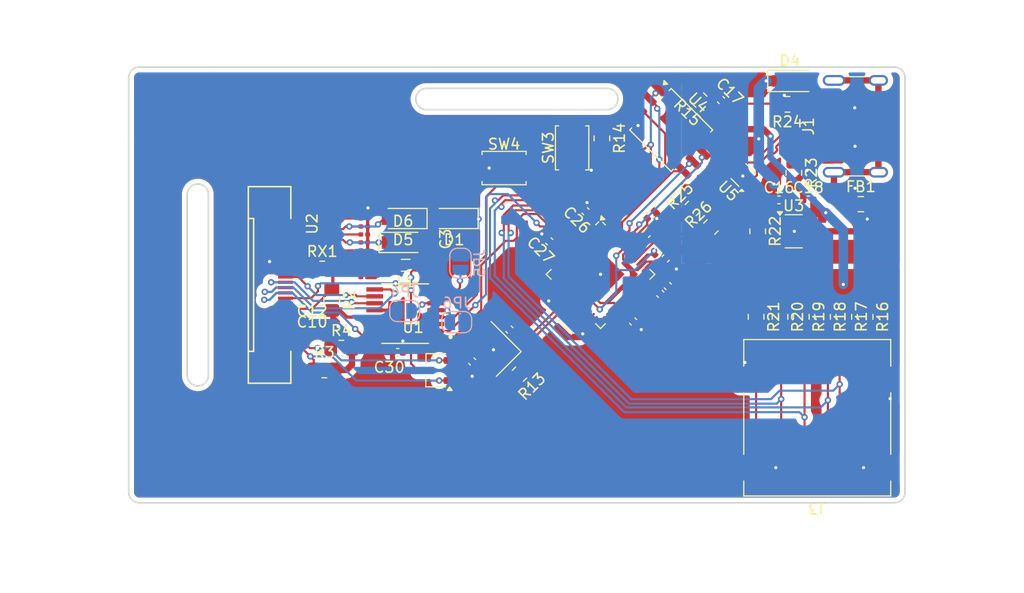
<source format=kicad_pcb>
(kicad_pcb (version 20241229) (generator "pcbnew") (generator_version "9.0")
  (title_block (date "2025-05-23"))
  (layers (0 "F.Cu" signal) (2 "B.Cu" signal) (13 "F.Paste" user) (15 "B.Paste" user) (5 "F.SilkS" user "F.Silkscreen") (7 "B.SilkS" user "B.Silkscreen") (1 "F.Mask" user) (3 "B.Mask" user) (25 "Edge.Cuts" user))
  (net 0 "")
  (net 1 "GND")
  (net 2 "+1V1")
  (net 3 "+3V3")
  (net 4 "XOUT")
  (net 5 "XIN")
  (net 6 "+5V")
  (net 7 "GP25")
  (net 8 "D+")
  (net 9 "D-")
  (net 10 "Net-(J3-DAT1)")
  (net 11 "Net-(J3-DAT2)")
  (net 12 "Net-(J1-CC1)")
  (net 13 "Net-(J1-CC2)")
  (net 16 "Net-(J1-SHIELD)")
  (net 17 "Net-(U2-VCOM)")
  (net 18 "/PREVGL")
  (net 19 "Net-(U2-VSL)")
  (net 20 "DR+")
  (net 21 "QSPI_SS")
  (net 22 "DR-")
  (net 23 "PUSH")
  (net 24 "QSPI_SD3")
  (net 25 "QSPI_SD0")
  (net 26 "QSPI_SD2")
  (net 27 "QSPI_SD1")
  (net 28 "QSPI_SCLK")
  (net 29 "GPIO23")
  (net 30 "GPIO26_ADC3")
  (net 31 "GPIO8")
  (net 32 "GPIO17")
  (net 33 "GPIO24")
  (net 34 "GPIO11")
  (net 35 "RUN")
  (net 36 "GPIO12")
  (net 37 "GPIO13")
  (net 38 "GPIO21")
  (net 39 "GPIO22")
  (net 40 "GPIO14")
  (net 41 "GPIO26_ADC0")
  (net 42 "SWD")
  (net 43 "GPIO9")
  (net 44 "GPIO6")
  (net 45 "GPIO26_ADC1")
  (net 46 "GPIO1")
  (net 47 "GPIO18")
  (net 48 "GPIO10")
  (net 49 "GPIO19")
  (net 50 "GPIO0")
  (net 51 "GPIO15")
  (net 52 "GPIO16")
  (net 53 "GPIO20")
  (net 54 "SWCLK")
  (net 55 "GPIO7")
  (net 56 "/PREVGH")
  (net 57 "Net-(U2-VSH)")
  (net 58 "DUPC-")
  (net 59 "DUPC+")
  (net 60 "Net-(U2-VPP)")
  (net 61 "Net-(U2-VDD)")
  (net 62 "/eMOSI")
  (net 63 "/eCLK")
  (net 64 "/eCS")
  (net 65 "/eDC")
  (net 66 "/eRST")
  (net 67 "/eBUSY")
  (net 68 "/eBS")
  (net 71 "Net-(U2-VGH)")
  (net 72 "Net-(U2-VGL)")
  (net 73 "/RESE")
  (net 74 "/GDR")
  (net 76 "Net-(C15-Pad1)")
  (net 77 "Net-(D4-A)")
  (net 78 "Net-(R14-Pad1)")
  (net 79 "Net-(U3-EN)")
  (net 81 "Net-(D1-A)")
  (net 82 "Net-(D6-A)")
  (net 83 "SD_CS")
  (net 84 "SD_MOSI")
  (net 85 "SD_CLK")
  (net 86 "SD_MISO")
  (net 89 "Net-(JP4-A)")
  (net 90 "Net-(JP5-A)")
  (net 91 "Net-(JP6-B)")
  (footprint "Package_DFN_QFN:QFN-56-1EP_7x7mm_P0.4mm_EP3.2x3.2mm" (layer "F.Cu") (at 86.868629 101 -45)
    (property "Reference" "U6" (hide yes))
    (property "Value" "RP2040")
  )
  (footprint "Resistor_SMD:R_0805_2012Metric_Pad1.20x1.40mm_HandSolder" (layer "F.Cu") (at 105.05 91.45 -90)
    (property "Reference" "R23")
    (property "Value" "5.1K")
  )
  (footprint "Capacitor_SMD:C_0402_1005Metric" (layer "F.Cu") (at 93.2 102.1 -45)
    (property "Reference" "C23" (hide yes))
    (property "Value" "100nF")
  )
  (footprint "Capacitor_SMD:C_0201_0603Metric" (layer "F.Cu") (at 64.655 99.5)
    (property "Reference" "C6" (hide yes))
    (property "Value" "1u")
  )
  (footprint "Connector_USB:USB_C_Receptacle_GCT_USB4105-xx-A_16P_TopMnt_Horizontal" (layer "F.Cu") (at 111.925 87.07 90)
    (property "Reference" "J1")
    (property "Value" "USB_C_Receptacle_USB2.0_16P")
  )
  (footprint "Capacitor_SMD:C_0402_1005Metric" (layer "F.Cu") (at 83.921178 106.328822 -135)
    (property "Reference" "C19" (hide yes))
    (property "Value" "100nF")
  )
  (footprint "Resistor_SMD:R_0805_2012Metric_Pad1.20x1.40mm_HandSolder" (layer "F.Cu") (at 96.2 84.6 135)
    (property "Reference" "R15")
    (property "Value" "DNF")
  )
  (footprint "Button_Switch_SMD:SW_Push_SPST_NO_Alps_SKRK" (layer "F.Cu") (at 84.2 89.1 90)
    (property "Reference" "SW3")
    (property "Value" "BOOT_SEL")
  )
  (footprint "Capacitor_SMD:C_0402_1005Metric" (layer "F.Cu") (at 92.3 98.8 45)
    (property "Reference" "C21" (hide yes))
    (property "Value" "1uF")
  )
  (footprint "Capacitor_SMD:C_0201_0603Metric" (layer "F.Cu") (at 64.655 101.27 180)
    (property "Reference" "C4" (hide yes))
    (property "Value" "0.1u")
  )
  (footprint "Capacitor_SMD:C_0402_1005Metric" (layer "F.Cu") (at 106.42 94)
    (property "Reference" "C18")
    (property "Value" "1uF")
  )
  (footprint "Resistor_SMD:R_0805_2012Metric_Pad1.20x1.40mm_HandSolder" (layer "F.Cu") (at 101.5 105 -90)
    (property "Reference" "R21")
    (property "Value" "10k")
  )
  (footprint "Resistor_SMD:R_0805_2012Metric_Pad1.20x1.40mm_HandSolder" (layer "F.Cu") (at 61.6 103.4 -90)
    (property "Reference" "R2")
    (property "Value" "20k")
  )
  (footprint "Resistor_SMD:R_0805_2012Metric_Pad1.20x1.40mm_HandSolder" (layer "F.Cu") (at 101.65 96.95 -90)
    (property "Reference" "R22")
    (property "Value" "5.1K")
  )
  (footprint "Capacitor_SMD:C_0402_1005Metric" (layer "F.Cu") (at 92.489411 102.839411 -45)
    (property "Reference" "C25" (hide yes))
    (property "Value" "100nF")
  )
  (footprint "Capacitor_SMD:C_0201_0603Metric" (layer "F.Cu") (at 71.25 97.68 -90)
    (property "Reference" "C3")
    (property "Value" "1u")
  )
  (footprint "Capacitor_SMD:C_0201_0603Metric" (layer "F.Cu") (at 64.655 97.25)
    (property "Reference" "C9" (hide yes))
    (property "Value" "1u")
  )
  (footprint "Resistor_SMD:R_0805_2012Metric_Pad1.20x1.40mm_HandSolder" (layer "F.Cu") (at 97.25 96.55 45)
    (property "Reference" "R26")
    (property "Value" "27.4")
  )
  (footprint "Capacitor_SMD:C_0201_0603Metric" (layer "F.Cu") (at 64.655 98.75)
    (property "Reference" "C7" (hide yes))
    (property "Value" "1u")
  )
  (footprint "Resistor_SMD:R_0805_2012Metric_Pad1.20x1.40mm_HandSolder" (layer "F.Cu") (at 62.5 107.95)
    (property "Reference" "R4")
    (property "Value" "3")
  )
  (footprint "Resistor_SMD:R_0805_2012Metric_Pad1.20x1.40mm_HandSolder" (layer "F.Cu") (at 60.9 110)
    (property "Reference" "R3")
    (property "Value" "20k")
  )
  (footprint "Capacitor_SMD:C_0402_1005Metric" (layer "F.Cu") (at 74.8 109.2 135)
    (property "Reference" "C15" (hide yes))
    (property "Value" "15pF")
  )
  (footprint "Capacitor_SMD:C_0201_0603Metric" (layer "F.Cu") (at 64.655 95.75)
    (property "Reference" "C13" (hide yes))
    (property "Value" "1u")
  )
  (footprint "Package_TO_SOT_SMD:SOT-23-5" (layer "F.Cu") (at 105.0375 96.95)
    (property "Reference" "U3")
    (property "Value" "AP2112K-3.3")
  )
  (footprint "Capacitor_SMD:C_0201_0603Metric" (layer "F.Cu") (at 64.655 98)
    (property "Reference" "C8" (hide yes))
    (property "Value" "1u")
  )
  (footprint "Capacitor_SMD:C_0402_1005Metric" (layer "F.Cu") (at 82.05 97.9 135)
    (property "Reference" "C27")
    (property "Value" "100nF")
  )
  (footprint "Resistor_SMD:R_0805_2012Metric_Pad1.20x1.40mm_HandSolder" (layer "F.Cu") (at 105.75 105 -90)
    (property "Reference" "R19")
    (property "Value" "10k")
  )
  (footprint "Connector_Card:microSD_HC_Molex_47219-2001" (layer "F.Cu") (at 107.25 114.5 180)
    (property "Reference" "J3")
    (property "Value" "Micro_SD_Card")
  )
  (footprint "Capacitor_SMD:C_0201_0603Metric" (layer "F.Cu") (at 64.655 96.5)
    (property "Reference" "C11" (hide yes))
    (property "Value" "1u")
  )
  (footprint "Resistor_SMD:R_0805_2012Metric_Pad1.20x1.40mm_HandSolder" (layer "F.Cu") (at 79.25 110.4 -135)
    (property "Reference" "R13")
    (property "Value" "1k")
  )
  (footprint "Inductor_SMD:L_0805_2012Metric_Pad1.15x1.40mm_HandSolder" (layer "F.Cu") (at 111.35 94.4)
    (property "Reference" "FB1")
    (property "Value" "FerriteBead_Small")
  )
  (footprint "Resistor_SMD:R_0805_2012Metric_Pad1.20x1.40mm_HandSolder" (layer "F.Cu") (at 87 88.2 -90)
    (property "Reference" "R14")
    (property "Value" "1k")
  )
  (footprint "Capacitor_SMD:C_0201_0603Metric" (layer "F.Cu") (at 59.75 105.5)
    (property "Reference" "C12")
    (property "Value" "1u")
  )
  (footprint "Capacitor_SMD:C_0402_1005Metric" (layer "F.Cu") (at 91.6 95.4 45)
    (property "Reference" "C20" (hide yes))
    (property "Value" "100nF")
  )
  (footprint "Capacitor_SMD:C_0201_0603Metric" (layer "F.Cu") (at 64.655 100.27)
    (property "Reference" "C5" (hide yes))
    (property "Value" "1u")
  )
  (footprint "Inductor_SMD:L_0805_2012Metric_Pad1.05x1.20mm_HandSolder" (layer "F.Cu") (at 68.55 100.15 180)
    (property "Reference" "L1")
    (property "Value" "68uH")
  )
  (footprint "Capacitor_SMD:C_0402_1005Metric" (layer "F.Cu") (at 83.2 105.6 -135)
    (property "Reference" "C24" (hide yes))
    (property "Value" "100nF")
  )
  (footprint "Capacitor_SMD:C_0402_1005Metric" (layer "F.Cu") (at 93 99.5 45)
    (property "Reference" "C22" (hide yes))
    (property "Value" "1uF")
  )
  (footprint "Capacitor_SMD:C_0201_0603Metric" (layer "F.Cu") (at 59.75 106.55)
    (property "Reference" "C10")
    (property "Value" "1u")
  )
  (footprint "Resistor_SMD:R_0805_2012Metric_Pad1.20x1.40mm_HandSolder" (layer "F.Cu") (at 95.5 94.8 45)
    (property "Reference" "R25")
    (property "Value" "27.4")
  )
  (footprint "Capacitor_SMD:C_0402_1005Metric" (layer "F.Cu") (at 78.3 106.2 135)
    (property "Reference" "C14" (hide yes))
    (property "Value" "15pF")
  )
  (footprint "Capacitor_SMD:C_0402_1005Metric" (layer "F.Cu") (at 91.2 97.2 45)
    (property "Reference" "C28" (hide yes))
    (property "Value" "100nF")
  )
  (footprint "Package_TO_SOT_SMD:TSOT-23" (layer "F.Cu") (at 71.4 110.05 180)
    (property "Reference" "Q1" (hide yes))
    (property "Value" "DMG1012UW-7")
  )
  (footprint "Capacitor_SMD:C_0402_1005Metric" (layer "F.Cu") (at 85.460589 95.060589 135)
    (property "Reference" "C26")
    (property "Value" "100nF")
  )
  (footprint "Capacitor_SMD:C_0402_1005Metric" (layer "F.Cu") (at 103.65 94)
    (property "Reference" "C16")
    (property "Value" "1uF")
  )
  (footprint "Package_SO:SOIC-8_5.3x5.3mm_P1.27mm" (layer "F.Cu") (at 93.512267 87.414242 -45)
    (property "Reference" "U4")
    (property "Value" "W25Q16JVSS")
  )
  (footprint "Capacitor_SMD:C_0402_1005Metric" (layer "F.Cu") (at 67.8 108.35)
    (property "Reference" "C30")
    (property "Value" "1uF")
  )
  (footprint "Package_TO_SOT_SMD:SOT-666" (layer "F.Cu") (at 100.3 91.75 135)
    (property "Reference" "U5")
    (property "Value" "USBLC6-2P6")
  )
  (footprint "Resistor_SMD:R_0805_2012Metric_Pad1.20x1.40mm_HandSolder" (layer "F.Cu") (at 107.75 105 -90)
    (property "Reference" "R18")
    (property "Value" "10k")
  )
  (footprint "Crystal:Crystal_SMD_Abracon_ABM8G-4Pin_3.2x2.5mm" (layer "F.Cu") (at 76.823223 108.021142 135)
    (property "Reference" "Y1" (hide yes))
    (property "Value" "Crystal_GND24")
  )
  (footprint "Diode_SMD:Nexperia_CFP3_SOD-123W" (layer "F.Cu") (at 73.1 95.75 180)
    (property "Reference" "D1")
    (property "Value" "D")
  )
  (footprint "Diode_SMD:Nexperia_CFP3_SOD-123W" (layer "F.Cu") (at 68.3 95.75 180)
    (property "Reference" "D5")
    (property "Value" "D")
  )
  (footprint "Resistor_SMD:R_0805_2012Metric_Pad1.20x1.40mm_HandSolder" (layer "F.Cu") (at 104.45 85 180)
    (property "Reference" "R24")
    (property "Value" "5.1K")
  )
  (footprint "Diode_SMD:Nexperia_CFP3_SOD-123W" (layer "F.Cu") (at 68.3 98)
    (property "Reference" "D6")
    (property "Value" "D")
  )
  (footprint "Diode_SMD:D_SOD-123F" (layer "F.Cu") (at 104.8 82.8)
    (property "Reference" "D4")
    (property "Value" "MBR1020VL")
  )
  (footprint "Resistor_SMD:R_0805_2012Metric_Pad1.20x1.40mm_HandSolder" (layer "F.Cu") (at 111.75 105 -90)
    (property "Reference" "R16")
    (property "Value" "10k")
  )
  (footprint "24pin0.5mm:24pin0.5mm" (layer "F.Cu") (at 57.25 96.25 -90)
    (property "Reference" "U2")
    (property "Value" "e-paper")
  )
  (footprint "Resistor_SMD:R_0805_2012Metric_Pad1.20x1.40mm_HandSolder" (layer "F.Cu") (at 109.75 105 -90)
    (property "Reference" "R17")
    (property "Value" "10k")
  )
  (footprint "Capacitor_SMD:C_0402_1005Metric" (layer "F.Cu") (at 98.2 84.6 -45)
    (property "Reference" "C17")
    (property "Value" "100n")
  )
  (footprint "Capacitor_SMD:C_0402_1005Metric" (layer "F.Cu") (at 89.939411 105.439411 -45)
    (property "Reference" "C29" (hide yes))
    (property "Value" "100n")
  )
  (footprint "Resistor_SMD:R_0805_2012Metric_Pad1.20x1.40mm_HandSolder" (layer "F.Cu") (at 60.7 100.5)
    (property "Reference" "RX1")
    (property "Value" "R")
  )
  (footprint "SC18IS606PWJ:SOP65P640X110-16N" (layer "F.Cu") (at 68.5 104.7 180)
    (property "Reference" "U1")
    (property "Value" "SC18IS606PWJ")
  )
  (footprint "Button_Switch_SMD:SW_Push_SPST_NO_Alps_SKRK" (layer "F.Cu") (at 77.8 91)
    (property "Reference" "SW4")
    (property "Value" "BOOT_SEL")
  )
  (footprint "Capacitor_SMD:C_0201_0603Metric" (layer "F.Cu") (at 65.9 100.77 90)
    (property "Reference" "C2" (hide yes))
    (property "Value" "4.7u")
  )
  (footprint "Resistor_SMD:R_0805_2012Metric_Pad1.20x1.40mm_HandSolder" (layer "F.Cu") (at 103.75 105 -90)
    (property "Reference" "R20")
    (property "Value" "10k")
  )
  (footprint "Jumper:SolderJumper-2_P1.3mm_Open_RoundedPad1.0x1.5mm" (layer "B.Cu") (at 73.7 99.95 90)
    (property "Reference" "JP5")
    (property "Value" "SolderJumper_2_Open")
  )
  (footprint "Jumper:SolderJumper-2_P1.3mm_Open_RoundedPad1.0x1.5mm" (layer "B.Cu") (at 68.45 104.45 180)
    (property "Reference" "JP4")
    (property "Value" "SolderJumper_2_Open")
  )
  (footprint "Jumper:SolderJumper-2_P1.3mm_Open_RoundedPad1.0x1.5mm" (layer "B.Cu") (at 73.35 105.5 180)
    (property "Reference" "JP6")
    (property "Value" "SolderJumper_2_Open")
  )
  (gr_arc (start 88.5 84.5) (mid 88.207107 85.207107) (end 87.5 85.5) (stroke (width 0.15)) (layer "Edge.Cuts"))
  (gr_arc (start 49 92.5) (mid 49.707107 92.792893) (end 50 93.5) (stroke (width 0.15)) (layer "Edge.Cuts"))
  (gr_line (start 115.5 88.5) (end 115.5 82.5) (stroke (width 0.15)) (layer "Edge.Cuts"))
  (gr_arc (start 48 93.5) (mid 48.292893 92.792893) (end 49 92.5) (stroke (width 0.15)) (layer "Edge.Cuts"))
  (gr_arc (start 49 111.5) (mid 48.292893 111.207107) (end 48 110.5) (stroke (width 0.15)) (layer "Edge.Cuts"))
  (gr_line (start 87.5 83.5) (end 70.5 83.5) (stroke (width 0.15)) (layer "Edge.Cuts"))
  (gr_arc (start 43.5 122.5) (mid 42.792893 122.207107) (end 42.5 121.5) (stroke (width 0.15)) (layer "Edge.Cuts"))
  (gr_arc (start 87.5 83.5) (mid 88.207107 83.792893) (end 88.5 84.5) (stroke (width 0.15)) (layer "Edge.Cuts"))
  (gr_line (start 42.5 88.5) (end 42.5 82.5) (stroke (width 0.15)) (layer "Edge.Cuts"))
  (gr_arc (start 70.5 85.5) (mid 69.792893 85.207107) (end 69.5 84.5) (stroke (width 0.15)) (layer "Edge.Cuts"))
  (gr_line (start 115.5 88.5) (end 115.5 121.5) (stroke (width 0.15)) (layer "Edge.Cuts"))
  (gr_line (start 43.5 122.5) (end 91.5 122.5) (stroke (width 0.15)) (layer "Edge.Cuts"))
  (gr_arc (start 42.5 82.5) (mid 42.792893 81.792893) (end 43.5 81.5) (stroke (width 0.15)) (layer "Edge.Cuts"))
  (gr_arc (start 115.5 121.5) (mid 115.19179 122.222099) (end 114.457146 122.499081) (stroke (width 0.15)) (layer "Edge.Cuts"))
  (gr_line (start 48 93.5) (end 48 110.5) (stroke (width 0.15)) (layer "Edge.Cuts"))
  (gr_line (start 42.5 88.5) (end 42.5 121.5) (stroke (width 0.15)) (layer "Edge.Cuts"))
  (gr_arc (start 114.457108 81.500921) (mid 115.191776 81.777888) (end 115.5 82.5) (stroke (width 0.15)) (layer "Edge.Cuts"))
  (gr_line (start 70.5 85.5) (end 87.5 85.5) (stroke (width 0.15)) (layer "Edge.Cuts"))
  (gr_line (start 50.5 81.5) (end 43.5 81.5) (stroke (width 0.15)) (layer "Edge.Cuts"))
  (gr_line (start 50 110.5) (end 50 93.5) (stroke (width 0.15)) (layer "Edge.Cuts"))
  (gr_line (start 50.5 81.5) (end 98.5 81.5) (stroke (width 0.15)) (layer "Edge.Cuts"))
  (gr_line (start 98.5 81.5) (end 114.457108 81.5) (stroke (width 0.15)) (layer "Edge.Cuts"))
  (gr_line (start 114.457138 122.499081) (end 107.5 122.5) (stroke (width 0.15)) (layer "Edge.Cuts"))
  (gr_line (start 91.5 122.5) (end 107.5 122.5) (stroke (width 0.15)) (layer "Edge.Cuts"))
  (gr_arc (start 69.5 84.5) (mid 69.792893 83.792893) (end 70.5 83.5) (stroke (width 0.15)) (layer "Edge.Cuts"))
  (gr_arc (start 50 110.5) (mid 49.707107 111.207107) (end 49 111.5) (stroke (width 0.15)) (layer "Edge.Cuts"))
  (segment (start 60.07 106.55) (end 62.1 106.55) (width 0.3) (layer "F.Cu") (net 1))
  (segment (start 103.35 119.2) (end 100.375 119.2) (width 0.6) (layer "F.Cu") (net 1))
  (segment (start 75.35 95.75) (end 75.4 95.8) (width 0.2) (layer "F.Cu") (net 1))
  (segment (start 105.05 92.45) (end 106.275 91.225) (width 0.6) (layer "F.Cu") (net 1))
  (segment (start 109.32 83.87) (end 110.775 85.325) (width 0.6) (layer "F.Cu") (net 1))
  (segment (start 81.710589 97.560589) (end 81.35 97.2) (width 0.2) (layer "F.Cu") (net 1))
  (segment (start 76.8 109.2) (end 77 109.4) (width 0.2) (layer "F.Cu") (net 1))
  (segment (start 82 103.5) (end 82.954416 103.5) (width 0.2) (layer "F.Cu") (net 1))
  (segment (start 63 110) (end 63.275 109.725) (width 0.6) (layer "F.Cu") (net 1))
  (segment (start 85.121178 94.721178) (end 85.128822 94.721178) (width 0.2) (layer "F.Cu") (net 1))
  (segment (start 62.1 106.55) (end 62.5 106.95) (width 0.3) (layer "F.Cu") (net 1))
  (segment (start 107.23 90.27) (end 108.245 90.27) (width 0.6) (layer "F.Cu") (net 1))
  (segment (start 86.468629 101.4) (end 86.868629 101) (width 0.2) (layer "F.Cu") (net 1))
  (segment (start 83.581767 106.660589) (end 82.860589 105.939411) (width 0.6) (layer "F.Cu") (net 1))
  (segment (start 83.581767 106.668233) (end 83.581767 106.660589) (width 0.6) (layer "F.Cu") (net 1))
  (segment (start 61.6 104.85) (end 61.6 104.4) (width 0.3) (layer "F.Cu") (net 1))
  (segment (start 62.2 105.45) (end 61.6 104.85) (width 0.3) (layer "F.Cu") (net 1))
  (segment (start 110.775 85.325) (end 110.8 85.35) (width 0.6) (layer "F.Cu") (net 1))
  (segment (start 103.45 84.85) (end 103.45 85) (width 0.6) (layer "F.Cu") (net 1))
  (segment (start 110.8 85.35) (end 110.8 88.95) (width 0.6) (layer "F.Cu") (net 1))
  (segment (start 83.730843 102.723573) (end 85.054416 101.4) (width 0.2) (layer "F.Cu") (net 1))
  (segment (start 85.054416 101.4) (end 86.468629 101.4) (width 0.2) (layer "F.Cu") (net 1))
  (segment (start 77.428141 105.860589) (end 76.646446 106.642284) (width 0.2) (layer "F.Cu") (net 1))
  (segment (start 55.8 99.75) (end 55.75 99.8) (width 0.2) (layer "F.Cu") (net 1))
  (segment (start 105.94 93.34) (end 105.05 92.45) (width 0.6) (layer "F.Cu") (net 1))
  (segment (start 91.939411 95.060589) (end 92.158614 95.279792) (width 0.6) (layer "F.Cu") (net 1))
  (segment (start 106.275 91.225) (end 107.23 90.27) (width 0.6) (layer "F.Cu") (net 1))
  (segment (start 83.581767 106.668233) (end 83.813534 106.9) (width 0.6) (layer "F.Cu") (net 1))
  (segment (start 100.45 110.825) (end 100.375 110.9) (width 0.6) (layer "F.Cu") (net 1))
  (segment (start 68.28 107.28) (end 68.28 108.35) (width 0.2) (layer "F.Cu") (net 1))
  (segment (start 104.955 117.795) (end 103.55 119.2) (width 0.6) (layer "F.Cu") (net 1))
  (segment (start 103.55 119.2) (end 103.35 119.2) (width 0.6) (layer "F.Cu") (net 1))
  (segment (start 98.539411 84.939411) (end 103.389411 84.939411) (width 0.2) (layer "F.Cu") (net 1))
  (segment (start 104.15 84.15) (end 103.45 84.85) (width 0.6) (layer "F.Cu") (net 1))
  (segment (start 93.339411 99.160589) (end 94 99.821178) (width 0.6) (layer "F.Cu") (net 1))
  (segment (start 64.975 100.27) (end 64.975 98) (width 0.3) (layer "F.Cu") (net 1))
  (segment (start 93.539411 102.439411) (end 93.539411 102.468233) (width 0.6) (layer "F.Cu") (net 1))
  (segment (start 63.5 109.5) (end 63.5 107.95) (width 0.6) (layer "F.Cu") (net 1))
  (segment (start 84.2 91.2) (end 86 91.2) (width 0.2) (layer "F.Cu") (net 1))
  (segment (start 94 99.821178) (end 94 100.5) (width 0.6) (layer "F.Cu") (net 1))
  (segment (start 82.954416 103.5) (end 83.730843 102.723573) (width 0.2) (layer "F.Cu") (net 1))
  (segment (start 64.975 95.75) (end 64.975 98) (width 0.3) (layer "F.Cu") (net 1))
  (segment (start 105.94 94) (end 105.94 93.34) (width 0.6) (layer "F.Cu") (net 1))
  (segment (start 112.375 94.4) (end 112.375 95.375) (width 0.6) (layer "F.Cu") (net 1))
  (segment (start 57.25 99.75) (end 55.8 99.75) (width 0.2) (layer "F.Cu") (net 1))
  (segment (start 77.960589 105.860589) (end 77.428141 105.860589) (width 0.2) (layer "F.Cu") (net 1))
  (segment (start 63.275 109.725) (end 63.5 109.5) (width 0.6) (layer "F.Cu") (net 1))
  (segment (start 114.125 119.2) (end 111.6 119.2) (width 0.6) (layer "F.Cu") (net 1))
  (segment (start 76.8 106.795838) (end 76.646446 106.642284) (width 0.2) (layer "F.Cu") (net 1))
  (segment (start 65.72 100.27) (end 65.9 100.45) (width 0.3) (layer "F.Cu") (net 1))
  (segment (start 92.639411 98.460589) (end 93.339411 99.160589) (width 0.6) (layer "F.Cu") (net 1))
  (segment (start 61.6 104.4) (end 61.6 106.05) (width 0.3) (layer "F.Cu") (net 1))
  (segment (start 75.7 91) (end 76.4 91) (width 0.2) (layer "F.Cu") (net 1))
  (segment (start 60.07 105.5) (end 60.07 106.55) (width 0.3) (layer "F.Cu") (net 1))
  (segment (start 100.3 91.75) (end 100.25 91.75) (width 0.2) (layer "F.Cu") (net 1))
  (segment (start 82.860589 105.939411) (end 82.860589 105.947055) (width 0.2) (layer "F.Cu") (net 1))
  (segment (start 90.278822 105.778822) (end 90.7 106.2) (width 0.6) (layer "F.Cu") (net 1))
  (segment (start 110.8 88.95) (end 109.48 90.27) (width 0.6) (layer "F.Cu") (net 1))
  (segment (start 62.2 105.9) (end 62.2 105.45) (width 0.3) (layer "F.Cu") (net 1))
  (segment (start 61.9 110) (end 63 110) (width 0.6) (layer "F.Cu") (net 1))
  (segment (start 74.460589 108.860589) (end 74.460589 110.260589) (width 0.2) (layer "F.Cu") (net 1))
  (segment (start 64.975 100.27) (end 65.72 100.27) (width 0.3) (layer "F.Cu") (net 1))
  (segment (start 114.125 110.9) (end 114.125 112.675) (width 0.6) (layer "F.Cu") (net 1))
  (segment (start 76.8 108.1) (end 76.8 106.795838) (width 0.2) (layer "F.Cu") (net 1))
  (segment (start 64.335 101.11013) (end 64.335 101.27) (width 0.3) (layer "F.Cu") (net 1))
  (segment (start 114.125 112.675) (end 114.1 112.7) (width 0.6) (layer "F.Cu") (net 1))
  (segment (start 100.45 109.3) (end 100.45 110.825) (width 0.6) (layer "F.Cu") (net 1))
  (segment (start 110.8 96.95) (end 111.95 95.8) (width 0.6) (layer "F.Cu") (net 1))
  (segment (start 93.539411 102.439411) (end 94 101.978822) (width 0.6) (layer "F.Cu") (net 1))
  (segment (start 103.389411 84.939411) (end 103.45 85) (width 0.2) (layer "F.Cu") (net 1))
  (segment (start 64.975 94.775) (end 65 94.75) (width 0.3) (layer "F.Cu") (net 1))
  (segment (start 89.628483 86.224535) (end 89.628483 86.228483) (width 0.2) (layer "F.Cu") (net 1))
  (segment (start 109.48 90.27) (end 108.245 90.27) (width 0.6) (layer "F.Cu") (net 1))
  (segment (start 104.13 94) (end 104.13 93.37) (width 0.6) (layer "F.Cu") (net 1))
  (segment (start 74.460589 110.260589) (end 74.8 110.6) (width 0.2) (layer "F.Cu") (net 1))
  (segment (start 92.158614 95.279792) (end 92.158614 96.241386) (width 0.6) (layer "F.Cu") (net 1))
  (segment (start 94 101.978822) (end 94 100.5) (width 0.6) (layer "F.Cu") (net 1))
  (segment (start 64.975 100.27) (end 64.975 100.47013) (width 0.3) (layer "F.Cu") (net 1))
  (segment (start 105.1 96.95) (end 110.8 96.95) (width 0.6) (layer "F.Cu") (net 1))
  (segment (start 100.954074 92.404074) (end 100.3 91.75) (width 0.2) (layer "F.Cu") (net 1))
  (segment (start 85.128822 94.721178) (end 85.6 94.25) (width 0.2) (layer "F.Cu") (net 1))
  (segment (start 74.5 95.75) (end 75.35 95.75) (width 0.2) (layer "F.Cu") (net 1))
  (segment (start 93.539411 102.468233) (end 92.828822 103.178822) (width 0.6) (layer "F.Cu") (net 1))
  (segment (start 104.955 116.6) (end 104.955 117.795) (width 0.6) (layer "F.Cu") (net 1))
  (segment (start 104.13 93.37) (end 105.05 92.45) (width 0.6) (layer "F.Cu") (net 1))
  (segment (start 64.975 100.47013) (end 64.335 101.11013) (width 0.3) (layer "F.Cu") (net 1))
  (segment (start 112.375 95.375) (end 111.95 95.8) (width 0.6) (layer "F.Cu") (net 1))
  (segment (start 64.975 95.75) (end 64.975 94.775) (width 0.3) (layer "F.Cu") (net 1))
  (segment (start 84.9 106.9) (end 85.2 106.6) (width 0.6) (layer "F.Cu") (net 1))
  (segment (start 89.628483 86.228483) (end 90.4 87) (width 0.2) (layer "F.Cu") (net 1))
  (segment (start 108.245 83.87) (end 109.32 83.87) (width 0.6) (layer "F.Cu") (net 1))
  (segment (start 76.8 108.1) (end 76.8 109.2) (width 0.2) (layer "F.Cu") (net 1))
  (segment (start 63.025 105.025) (end 62.4 104.4) (width 0.3) (layer "F.Cu") (net 1))
  (segment (start 61.6 106.05) (end 62.5 106.95) (width 0.3) (layer "F.Cu") (net 1))
  (segment (start 92.158614 96.241386) (end 91.539411 96.860589) (width 0.6) (layer "F.Cu") (net 1))
  (segment (start 65.63 105.025) (end 63.025 105.025) (width 0.3) (layer "F.Cu") (net 1))
  (segment (start 103.9 96.95) (end 105.1 96.95) (width 0.6) (layer "F.Cu") (net 1))
  (segment (start 62.4 104.4) (end 61.6 104.4) (width 0.3) (layer "F.Cu") (net 1))
  (segment (start 83.813534 106.9) (end 84.9 106.9) (width 0.6) (layer "F.Cu") (net 1))
  (segment (start 62.5 106.95) (end 63.5 107.95) (width 0.3) (layer "F.Cu") (net 1))
  (via (at 111.95 95.8) (size 0.6) (drill 0.3) (layers "F.Cu" "B.Cu") (net 1))
  (via (at 110.775 85.325) (size 0.6) (drill 0.3) (layers "F.Cu" "B.Cu") (net 1))
  (via (at 81.35 97.2) (size 0.6) (drill 0.3) (layers "F.Cu" "B.Cu") (net 1))
  (via (at 100.45 109.3) (size 0.6) (drill 0.3) (layers "F.Cu" "B.Cu") (net 1))
  (via (at 104.15 84.15) (size 0.6) (drill 0.3) (layers "F.Cu" "B.Cu") (net 1))
  (via (at 110.8 88.95) (size 0.6) (drill 0.3) (layers "F.Cu" "B.Cu") (net 1))
  (via (at 85.2 106.6) (size 0.6) (drill 0.3) (layers "F.Cu" "B.Cu") (net 1))
  (via (at 86 91.2) (size 0.6) (drill 0.3) (layers "F.Cu" "B.Cu") (net 1))
  (via (at 90.7 106.2) (size 0.6) (drill 0.3) (layers "F.Cu" "B.Cu") (net 1))
  (via (at 76.8 108.1) (size 0.6) (drill 0.3) (layers "F.Cu" "B.Cu") (net 1))
  (via (at 85.6 94.25) (size 0.6) (drill 0.3) (layers "F.Cu" "B.Cu") (net 1))
  (via (at 75.4 95.8) (size 0.6) (drill 0.3) (layers "F.Cu" "B.Cu") (net 1))
  (via (at 114.1 112.7) (size 0.6) (drill 0.3) (layers "F.Cu" "B.Cu") (net 1))
  (via (at 82 103.5) (size 0.6) (drill 0.3) (layers "F.Cu" "B.Cu") (net 1))
  (via (at 62.2 105.9) (size 0.6) (drill 0.3) (layers "F.Cu" "B.Cu") (net 1))
  (via (at 106.275 91.225) (size 0.6) (drill 0.3) (layers "F.Cu" "B.Cu") (net 1))
  (via (at 92.158614 95.75) (size 0.6) (drill 0.3) (layers "F.Cu" "B.Cu") (net 1))
  (via (at 94 100.5) (size 0.6) (drill 0.3) (layers "F.Cu" "B.Cu") (net 1))
  (via (at 76.4 91) (size 0.6) (drill 0.3) (layers "F.Cu" "B.Cu") (net 1))
  (via (at 111.6 119.2) (size 0.6) (drill 0.3) (layers "F.Cu" "B.Cu") (net 1))
  (via (at 65 94.75) (size 0.6) (drill 0.3) (layers "F.Cu" "B.Cu") (net 1))
  (via (at 105.1 96.95) (size 0.6) (drill 0.3) (layers "F.Cu" "B.Cu") (net 1))
  (via (at 90.4 87) (size 0.6) (drill 0.3) (layers "F.Cu" "B.Cu") (net 1))
  (via (at 55.75 99.8) (size 0.6) (drill 0.3) (layers "F.Cu" "B.Cu") (net 1))
  (via (at 68.28 107.28) (size 0.6) (drill 0.3) (layers "F.Cu" "B.Cu") (net 1))
  (via (at 103.35 119.2) (size 0.6) (drill 0.3) (layers "F.Cu" "B.Cu") (net 1))
  (via (at 110.8 92.9) (size 0.6) (drill 0.3) (layers "F.Cu" "B.Cu") (net 1))
  (via (at 100.25 91.75) (size 0.6) (drill 0.3) (layers "F.Cu" "B.Cu") (net 1))
  (via (at 74.8 110.6) (size 0.6) (drill 0.3) (layers "F.Cu" "B.Cu") (net 1))
  (via (at 86.868629 101) (size 0.6) (drill 0.3) (layers "F.Cu" "B.Cu") (net 1))
  (segment (start 92.158614 95.75) (end 92.158614 97.979792) (width 0.6) (layer "B.Cu") (net 1))
  (segment (start 110.8 94.65) (end 111.95 95.8) (width 0.6) (layer "B.Cu") (net 1))
  (segment (start 110.8 88.95) (end 110.8 92.9) (width 0.6) (layer "B.Cu") (net 1))
  (segment (start 92.158614 97.979792) (end 94 99.821178) (width 0.6) (layer "B.Cu") (net 1))
  (segment (start 110.8 92.9) (end 110.8 94.65) (width 0.6) (layer "B.Cu") (net 1))
  (segment (start 104.5 83.8) (end 104.15 84.15) (width 0.6) (layer "B.Cu") (net 1))
  (segment (start 110.775 85.325) (end 109.25 83.8) (width 0.6) (layer "B.Cu") (net 1))
  (segment (start 109.25 83.8) (end 104.5 83.8) (width 0.6) (layer "B.Cu") (net 1))
  (segment (start 67.8 106.326202) (end 67.8 104.45) (width 0.2) (layer "B.Cu") (net 1))
  (segment (start 94 99.821178) (end 94 100.5) (width 0.6) (layer "B.Cu") (net 1))
  (segment (start 68.28 106.806202) (end 67.8 106.326202) (width 0.2) (layer "B.Cu") (net 1))
  (segment (start 68.28 107.28) (end 68.28 106.806202) (width 0.2) (layer "B.Cu") (net 1))
  (segment (start 90.572101 99.842113) (end 91.274803 99.139411) (width 0.2) (layer "F.Cu") (net 2))
  (segment (start 91.960589 98.860589) (end 91.9 98.8) (width 0.2) (layer "F.Cu") (net 2))
  (segment (start 86.013909 103.513909) (end 85.203249 103.513909) (width 0.2) (layer "F.Cu") (net 2))
  (segment (start 91.260589 95.739411) (end 91.260589 96.325197) (width 0.2) (layer "F.Cu") (net 2))
  (segment (start 89.157887 98.427899) (end 89.172101 98.427899) (width 0.2) (layer "F.Cu") (net 2))
  (segment (start 91.260589 96.325197) (end 89.157887 98.427899) (width 0.2) (layer "F.Cu") (net 2))
  (segment (start 85.203249 103.513909) (end 84.862214 103.854944) (width 0.2) (layer "F.Cu") (net 2))
  (segment (start 89.157887 98.442113) (end 89.157887 98.427899) (width 0.2) (layer "F.Cu") (net 2))
  (segment (start 84.260589 105.989411) (end 84.260589 104.456569) (width 0.2) (layer "F.Cu") (net 2))
  (segment (start 86.8 104.3) (end 86.013909 103.513909) (width 0.2) (layer "F.Cu") (net 2))
  (segment (start 88.35 99.25) (end 89.157887 98.442113) (width 0.2) (layer "F.Cu") (net 2))
  (segment (start 91.274803 99.139411) (end 91.960589 99.139411) (width 0.2) (layer "F.Cu") (net 2))
  (segment (start 91.960589 99.139411) (end 91.960589 98.860589) (width 0.2) (layer "F.Cu") (net 2))
  (segment (start 84.260589 104.456569) (end 84.862214 103.854944) (width 0.2) (layer "F.Cu") (net 2))
  (via (at 86.8 104.3) (size 0.6) (drill 0.3) (layers "F.Cu" "B.Cu") (net 2))
  (via (at 88.35 99.25) (size 0.6) (drill 0.3) (layers "F.Cu" "B.Cu") (net 2))
  (via (at 91.9 98.8) (size 0.6) (drill 0.3) (layers "F.Cu" "B.Cu") (net 2))
  (segment (start 88.35 100.6) (end 88.35 102.75) (width 0.2) (layer "B.Cu") (net 2))
  (segment (start 90.1 100.6) (end 88.35 100.6) (width 0.2) (layer "B.Cu") (net 2))
  (segment (start 88.35 99.25) (end 88.35 100.6) (width 0.2) (layer "B.Cu") (net 2))
  (segment (start 86.8 104.3) (end 87.95 103.15) (width 0.2) (layer "B.Cu") (net 2))
  (segment (start 88.35 102.75) (end 87.95 103.15) (width 0.2) (layer "B.Cu") (net 2))
  (segment (start 91.9 98.8) (end 90.1 100.6) (width 0.2) (layer "B.Cu") (net 2))
  (segment (start 65.9 101.09) (end 66.46 101.09) (width 0.3) (layer "F.Cu") (net 3))
  (segment (start 88.154416 103.7) (end 86.85 103.7) (width 0.2) (layer "F.Cu") (net 3))
  (segment (start 82.75 98.6) (end 82.389411 98.239411) (width 0.2) (layer "F.Cu") (net 3))
  (segment (start 106.9 94) (end 106.9 94.9) (width 0.6) (layer "F.Cu") (net 3))
  (segment (start 92.660589 99.839411) (end 92.621178 99.8) (width 0.2) (layer "F.Cu") (net 3))
  (segment (start 57.25 100.25) (end 59.45 100.25) (width 0.3) (layer "F.Cu") (net 3))
  (segment (start 92.621178 99.8) (end 91.179898 99.8) (width 0.2) (layer "F.Cu") (net 3))
  (segment (start 97.396051 88.596051) (end 94 85.2) (width 0.2) (layer "F.Cu") (net 3))
  (segment (start 67.32 106.57) (end 67.075 106.325) (width 0.2) (layer "F.Cu") (net 3))
  (segment (start 66.46 101.09) (end 67.4 100.15) (width 0.3) (layer "F.Cu") (net 3))
  (segment (start 98.95 87.35) (end 98.65 87.35) (width 0.6) (layer "F.Cu") (net 3))
  (segment (start 97.860589 84.353625) (end 96.907107 85.307107) (width 0.2) (layer "F.Cu") (net 3))
  (segment (start 91.660589 99.839411) (end 92.660589 99.839411) (width 0.2) (layer "F.Cu") (net 3))
  (segment (start 98.95 87.35) (end 96.907107 85.307107) (width 0.6) (layer "F.Cu") (net 3))
  (segment (start 85.8 95.4) (end 86.75 96.35) (width 0.2) (layer "F.Cu") (net 3))
  (segment (start 86.75 97.204416) (end 86.276427 96.730843) (width 0.2) (layer "F.Cu") (net 3))
  (segment (start 92.260589 101.760589) (end 91.5 101) (width 0.2) (layer "F.Cu") (net 3))
  (segment (start 106.9 95.275) (end 106.975 95.2) (width 0.7) (layer "F.Cu") (net 3))
  (segment (start 109.7 101.95) (end 111.75 104) (width 0.9) (layer "F.Cu") (net 3))
  (segment (start 89.6 105.1) (end 89.554416 105.1) (width 0.2) (layer "F.Cu") (net 3))
  (segment (start 84.15 99.7) (end 85.2 99.7) (width 0.2) (layer "F.Cu") (net 3))
  (segment (start 96.907107 88.115005) (end 97.396051 88.603949) (width 0.2) (layer "F.Cu") (net 3))
  (segment (start 83.730843 99.276427) (end 83.730843 99.280843) (width 0.2) (layer "F.Cu") (net 3))
  (segment (start 67.32 108.35) (end 67.32 106.57) (width 0.2) (layer "F.Cu") (net 3))
  (segment (start 90.860589 97.539411) (end 90.860589 97.856569) (width 0.2) (layer "F.Cu") (net 3))
  (segment (start 106.9 94.9) (end 106.175 95.625) (width 0.6) (layer "F.Cu") (net 3))
  (segment (start 106.175 95.625) (end 106.175 96) (width 0.6) (layer "F.Cu") (net 3))
  (segment (start 65.63 104.375) (end 67.075 104.375) (width 0.3) (layer "F.Cu") (net 3))
  (segment (start 86.75 97.35) (end 86.75 96.65) (width 0.2) (layer "F.Cu") (net 3))
  (segment (start 90.860589 97.856569) (end 89.723573 98.993585) (width 0.2) (layer "F.Cu") (net 3))
  (segment (start 102.2 87.35) (end 98.95 87.35) (width 0.6) (layer "F.Cu") (net 3))
  (segment (start 90.841685 101.296101) (end 91.137786 101) (width 0.2) (layer "F.Cu") (net 3))
  (segment (start 67.25 106.15) (end 67.25 104.55) (width 0.3) (layer "F.Cu") (net 3))
  (segment (start 83.730843 99.280843) (end 84.15 99.7) (width 0.2) (layer "F.Cu") (net 3))
  (segment (start 56.3 100.5) (end 56.1 100.7) (width 0.6) (layer "F.Cu") (net 3))
  (segment (start 85.8 95.4) (end 85.8 96.254416) (width 0.2) (layer "F.Cu") (net 3))
  (segment (start 109.7 102.05) (end 107.75 104) (width 0.9) (layer "F.Cu") (net 3))
  (segment (start 57.25 100.75) (end 59.45 100.75) (width 0.3) (layer "F.Cu") (net 3))
  (segment (start 85.8 96.254416) (end 86.276427 96.730843) (width 0.2) (layer "F.Cu") (net 3))
  (segment (start 67.075 106.325) (end 67.25 106.15) (width 0.3) (layer "F.Cu") (net 3))
  (segment (start 90.841685 100.703899) (end 91.137786 100.407798) (width 0.2) (layer "F.Cu") (net 3))
  (segment (start 91.137786 100.362214) (end 91.660589 99.839411) (width 0.2) (layer "F.Cu") (net 3))
  (segment (start 96.907107 85.307107) (end 96.907107 88.115005) (width 0.2) (layer "F.Cu") (net 3))
  (segment (start 85.251472 102.9) (end 84.579371 103.572101) (width 0.2) (layer "F.Cu") (net 3))
  (segment (start 91.5 101) (end 91.137786 101) (width 0.2) (layer "F.Cu") (net 3))
  (segment (start 89.44073 98.710742) (end 89 99.151472) (width 0.2) (layer "F.Cu") (net 3))
  (segment (start 91.137786 101) (end 90.841685 100.703899) (width 0.2) (layer "F.Cu") (net 3))
  (segment (start 59.45 100.25) (end 59.7 100.5) (width 0.3) (layer "F.Cu") (net 3))
  (segment (start 65.63 106.325) (end 67.075 106.325) (width 0.3) (layer "F.Cu") (net 3))
  (segment (start 91.137786 101.592202) (end 90.841685 101.296101) (width 0.2) (layer "F.Cu") (net 3))
  (segment (start 59.45 100.75) (end 59.7 100.5) (width 0.3) (layer "F.Cu") (net 3))
  (segment (start 86.75 97.35) (end 86.75 97.204416) (width 0.2) (layer "F.Cu") (net 3))
  (segment (start 92.15 102.5) (end 92.045584 102.5) (width 0.2) (layer "F.Cu") (net 3))
  (segment (start 90.612061 97.539411) (end 89.44073 98.710742) (width 0.2) (layer "F.Cu") (net 3))
  (segment (start 111.75 104) (end 101.5 104) (width 0.6) (layer "F.Cu") (net 3))
  (segment (start 106.9 94) (end 106.9 95.275) (width 0.6) (layer "F.Cu") (net 3))
  (segment (start 83.726427 99.276427) (end 83.05 98.6) (width 0.2) (layer "F.Cu") (net 3))
  (segment (start 85.2 99.7) (end 86.75 98.15) (width 0.2) (layer "F.Cu") (net 3))
  (segment (start 86.05 102.9) (end 85.251472 102.9) (width 0.2) (layer "F.Cu") (net 3))
  (segment (start 97.860589 84.260589) (end 97.860589 84.353625) (width 0.2) (layer "F.Cu") (net 3))
  (segment (start 88.592202 104.137786) (end 88.154416 103.7) (width 0.2) (layer "F.Cu") (net 3))
  (segment (start 83.539411 104.612061) (end 84.579371 103.572101) (width 0.2) (layer "F.Cu") (net 3))
  (segment (start 92.045584 102.5) (end 91.137786 101.592202) (width 0.2) (layer "F.Cu") (net 3))
  (segment (start 86.85 103.7) (end 86.05 102.9) (width 0.2) (layer "F.Cu") (net 3))
  (segment (start 86.75 96.35) (end 86.75 96.65) (width 0.2) (layer "F.Cu") (net 3))
  (segment (start 83.539411 105.260589) (end 83.539411 104.612061) (width 0.2) (layer "F.Cu") (net 3))
  (segment (start 98.65 87.35) (end 97.396051 88.603949) (width 0.6) (layer "F.Cu") (net 3))
  (segment (start 90 100.6) (end 90.379898 100.6) (width 0.2) (layer "F.Cu") (net 3))
  (segment (start 89.554416 105.1) (end 88.592202 104.137786) (width 0.2) (layer "F.Cu") (net 3))
  (segment (start 91.137786 100.407798) (end 91.137786 100.362214) (width 0.2) (layer "F.Cu") (net 3))
  (segment (start 109.7 101.95) (end 109.7 102.05) (width 0.9) (layer "F.Cu") (net 3))
  (segment (start 92.860589 101.760589) (end 92.260589 101.760589) (width 0.2) (layer "F.Cu") (net 3))
  (segment (start 91.179898 99.8) (end 90.854943 100.124955) (width 0.2) (layer "F.Cu") (net 3))
  (segment (start 83.730843 99.276427) (end 83.726427 99.276427) (width 0.2) (layer "F.Cu") (net 3))
  (segment (start 67.075 104.375) (end 67.25 104.55) (width 0.3) (layer "F.Cu") (net 3))
  (segment (start 89 99.151472) (end 89 99.6) (width 0.2) (layer "F.Cu") (net 3))
  (segment (start 106.175 96) (end 106.975 95.2) (width 0.6) (layer "F.Cu") (net 3))
  (segment (start 89 99.6) (end 90 100.6) (width 0.2) (layer "F.Cu") (net 3))
  (segment (start 90.379898 100.6) (end 90.854943 100.124955) (width 0.2) (layer "F.Cu") (net 3))
  (segment (start 83.05 98.6) (end 82.75 98.6) (width 0.2) (layer "F.Cu") (net 3))
  (segment (start 97.396051 88.603949) (end 97.396051 88.596051) (width 0.2) (layer "F.Cu") (net 3))
  (segment (start 86.75 98.15) (end 86.75 97.35) (width 0.2) (layer "F.Cu") (net 3))
  (segment (start 65.72 101.27) (end 65.9 101.09) (width 0.3) (layer "F.Cu") (net 3))
  (segment (start 59.7 100.5) (end 56.3 100.5) (width 0.6) (layer "F.Cu") (net 3))
  (segment (start 102.85 88) (end 102.2 87.35) (width 0.6) (layer "F.Cu") (net 3))
  (segment (start 106.975 95.2) (end 108.05 95.2) (width 0.9) (layer "F.Cu") (net 3))
  (segment (start 56.1 100.7) (end 54 100.7) (width 0.6) (layer "F.Cu") (net 3))
  (segment (start 90.860589 97.539411) (end 90.612061 97.539411) (width 0.2) (layer "F.Cu") (net 3))
  (segment (start 64.975 101.27) (end 65.72 101.27) (width 0.3) (layer "F.Cu") (net 3))
  (via (at 108.05 95.2) (size 0.6) (drill 0.3) (layers "F.Cu" "B.Cu") (net 3))
  (via (at 102.85 88) (size 0.6) (drill 0.3) (layers "F.Cu" "B.Cu") (net 3))
  (via (at 109.7 101.95) (size 0.6) (drill 0.3) (layers "F.Cu" "B.Cu") (net 3))
  (segment (start 102.85 90) (end 108.05 95.2) (width 0.6) (layer "B.Cu") (net 3))
  (segment (start 108.05 95.2) (end 109.7 96.85) (width 0.9) (layer "B.Cu") (net 3))
  (segment (start 109.7 97.5) (end 109.7 101.95) (width 0.9) (layer "B.Cu") (net 3))
  (segment (start 102.85 88) (end 102.85 90) (width 0.6) (layer "B.Cu") (net 3))
  (segment (start 109.7 96.85) (end 109.7 97.5) (width 0.9) (layer "B.Cu") (net 3))
  (segment (start 80.8 108.85) (end 79.957107 109.692893) (width 0.2) (layer "F.Cu") (net 4))
  (segment (start 80.8 106.8) (end 80.8 108.85) (width 0.2) (layer "F.Cu") (net 4))
  (segment (start 84.296528 103.289258) (end 84.296528 103.303472) (width 0.2) (layer "F.Cu") (net 4))
  (segment (start 84.296528 103.303472) (end 80.8 106.8) (width 0.2) (layer "F.Cu") (net 4))
  (segment (start 84.013685 103.006415) (end 80.480689 106.539411) (width 0.2) (layer "F.Cu") (net 5))
  (segment (start 78.639411 106.539411) (end 78.639411 107.760589) (width 0.2) (layer "F.Cu") (net 5))
  (segment (start 78.639411 107.760589) (end 78.202081 108.197919) (width 0.2) (layer "F.Cu") (net 5))
  (segment (start 80.480689 106.539411) (end 78.639411 106.539411) (width 0.2) (layer "F.Cu") (net 5))
  (segment (start 101.75 88.25) (end 100.65 88.25) (width 0.4) (layer "F.Cu") (net 6))
  (segment (start 100.65 88.25) (end 99.25 89.65) (width 0.4) (layer "F.Cu") (net 6))
  (segment (start 102.45 82.8) (end 103.4 82.8) (width 1) (layer "F.Cu") (net 6))
  (segment (start 101.65 94.85) (end 101.65 95.95) (width 0.6) (layer "F.Cu") (net 6))
  (segment (start 101.7 96) (end 101.65 95.95) (width 0.6) (layer "F.Cu") (net 6))
  (segment (start 103.17 95.27) (end 103.9 96) (width 0.6) (layer "F.Cu") (net 6))
  (segment (start 103.17 94) (end 103.17 92.5) (width 0.6) (layer "F.Cu") (net 6))
  (segment (start 103.17 92.5) (end 103.17 93.33) (width 0.6) (layer "F.Cu") (net 6))
  (segment (start 99.645926 91.095926) (end 99.595926 91.095926) (width 0.2) (layer "F.Cu") (net 6))
  (segment (start 103.17 93.33) (end 101.65 94.85) (width 0.6) (layer "F.Cu") (net 6))
  (segment (start 99.25 90.7) (end 99.645926 91.095926) (width 0.4) (layer "F.Cu") (net 6))
  (segment (start 103.17 94) (end 103.17 95.27) (width 0.6) (layer "F.Cu") (net 6))
  (segment (start 99.25 89.65) (end 99.25 90.7) (width 0.4) (layer "F.Cu") (net 6))
  (via (at 102.45 82.8) (size 0.6) (drill 0.3) (layers "F.Cu" "B.Cu") (net 6))
  (via (at 101.75 88.25) (size 0.6) (drill 0.3) (layers "F.Cu" "B.Cu") (net 6))
  (via (at 103.17 92.5) (size 0.6) (drill 0.3) (layers "F.Cu" "B.Cu") (net 6))
  (segment (start 101.75 88.25) (end 101.75 83.5) (width 1) (layer "B.Cu") (net 6))
  (segment (start 103.17 92.17) (end 103.17 92.5) (width 1) (layer "B.Cu") (net 6))
  (segment (start 101.75 83.5) (end 102.45 82.8) (width 1) (layer "B.Cu") (net 6))
  (segment (start 101.75 90.75) (end 103.17 92.17) (width 1) (layer "B.Cu") (net 6))
  (segment (start 101.75 88.25) (end 101.75 90.75) (width 1) (layer "B.Cu") (net 6))
  (segment (start 97.638908 94.092893) (end 96.207107 94.092893) (width 0.2) (layer "F.Cu") (net 8))
  (segment (start 99.030004 92.701798) (end 97.638908 94.092893) (width 0.2) (layer "F.Cu") (net 8))
  (segment (start 99.318889 91.529029) (end 99.030004 91.817914) (width 0.2) (layer "F.Cu") (net 8))
  (segment (start 99.030004 91.817914) (end 99.030004 92.701798) (width 0.2) (layer "F.Cu") (net 8))
  (segment (start 100.520971 92.731111) (end 100.232086 93.019996) (width 0.2) (layer "F.Cu") (net 9))
  (segment (start 97.957107 94.411092) (end 97.957107 95.842893) (width 0.2) (layer "F.Cu") (net 9))
  (segment (start 99.348202 93.019996) (end 97.957107 94.411092) (width 0.2) (layer "F.Cu") (net 9))
  (segment (start 100.232086 93.019996) (end 99.348202 93.019996) (width 0.2) (layer "F.Cu") (net 9))
  (segment (start 101.5 107.85) (end 101.5 115.345) (width 0.2) (layer "F.Cu") (net 10))
  (segment (start 101.5 115.345) (end 102.755 116.6) (width 0.2) (layer "F.Cu") (net 10))
  (segment (start 101.5 106) (end 101.5 107.85) (width 0.2) (layer "F.Cu") (net 10))
  (segment (start 111.75 107.85) (end 111.75 115.305) (width 0.2) (layer "F.Cu") (net 11))
  (segment (start 111.75 106) (end 111.75 107.85) (width 0.2) (layer "F.Cu") (net 11))
  (segment (start 111.75 115.305) (end 110.455 116.6) (width 0.2) (layer "F.Cu") (net 11))
  (segment (start 108.245 88.32) (end 107.18 88.32) (width 0.2) (layer "F.Cu") (net 12))
  (segment (start 107.18 88.32) (end 105.05 90.45) (width 0.2) (layer "F.Cu") (net 12))
  (segment (start 105.77 85.32) (end 105.45 85) (width 0.2) (layer "F.Cu") (net 13))
  (segment (start 108.245 85.32) (end 105.77 85.32) (width 0.2) (layer "F.Cu") (net 13))
  (segment (start 108.82 91.39) (end 108.82 92.895) (width 0.6) (layer "F.Cu") (net 16))
  (segment (start 108.82 92.895) (end 110.325 94.4) (width 0.6) (layer "F.Cu") (net 16))
  (segment (start 108.82 82.75) (end 113 82.75) (width 0.6) (layer "F.Cu") (net 16))
  (segment (start 113 91.39) (end 108.82 91.39) (width 0.6) (layer "F.Cu") (net 16))
  (segment (start 113 91.39) (end 113 82.75) (width 0.6) (layer "F.Cu") (net 16))
  (segment (start 62.3 96.25) (end 62.8 95.75) (width 0.2) (layer "F.Cu") (net 17))
  (segment (start 57.25 96.25) (end 62.3 96.25) (width 0.2) (layer "F.Cu") (net 17))
  (segment (start 62.8 95.75) (end 64.335 95.75) (width 0.2) (layer "F.Cu") (net 17))
  (segment (start 66.9 95.75) (end 66.5 95.75) (width 0.2) (layer "F.Cu") (net 18))
  (segment (start 62.65 96.75) (end 62.9 96.5) (width 0.2) (layer "F.Cu") (net 18))
  (segment (start 62.9 96.5) (end 63.25 96.5) (width 0.2) (layer "F.Cu") (net 18))
  (segment (start 63.25 96.5) (end 64.335 96.5) (width 0.2) (layer "F.Cu") (net 18))
  (segment (start 66.5 95.75) (end 65.95 96.3) (width 0.2) (layer "F.Cu") (net 18))
  (segment (start 57.25 96.75) (end 62.65 96.75) (width 0.2) (layer "F.Cu") (net 18))
  (via (at 63.25 96.5) (size 0.6) (drill 0.3) (layers "F.Cu" "B.Cu") (net 18))
  (via (at 65.95 96.3) (size 0.6) (drill 0.3) (layers "F.Cu" "B.Cu") (net 18))
  (segment (start 63.25 96.5) (end 65.75 96.5) (width 0.2) (layer "B.Cu") (net 18))
  (segment (start 65.75 96.5) (end 65.95 96.3) (width 0.2) (layer "B.Cu") (net 18))
  (segment (start 64.335 97.25) (end 57.25 97.25) (width 0.2) (layer "F.Cu") (net 19))
  (segment (start 91.448742 97.798744) (end 91.448744 97.798744) (width 0.2) (layer "F.Cu") (net 20))
  (segment (start 91.448744 97.798744) (end 92.022488 97.225) (width 0.2) (layer "F.Cu") (net 20))
  (segment (start 92.022488 97.225) (end 94.506802 97.225) (width 0.2) (layer "F.Cu") (net 20))
  (segment (start 94.792893 96.938908) (end 94.792893 95.507107) (width 0.2) (layer "F.Cu") (net 20))
  (segment (start 90.006415 99.241071) (end 91.448742 97.798744) (width 0.2) (layer "F.Cu") (net 20))
  (segment (start 94.506802 97.225) (end 94.792893 96.938908) (width 0.2) (layer "F.Cu") (net 20))
  (segment (start 90.006415 99.276427) (end 90.006415 99.241071) (width 0.2) (layer "F.Cu") (net 20))
  (segment (start 91.6 91.4) (end 91.6 88.8) (width 0.2) (layer "F.Cu") (net 21))
  (segment (start 91.6 91.903612) (end 91.6 91.4) (width 0.2) (layer "F.Cu") (net 21))
  (segment (start 91.6 88.8) (end 91.4 88.8) (width 0.2) (layer "F.Cu") (net 21))
  (segment (start 87.8 95.703611) (end 88.351806 95.151806) (width 0.2) (layer "F.Cu") (net 21))
  (segment (start 87.469157 96.730843) (end 87.8 96.4) (width 0.2) (layer "F.Cu") (net 21))
  (segment (start 87.460831 96.730843) (end 87.469157 96.730843) (width 0.2) (layer "F.Cu") (net 21))
  (segment (start 95.492893 83.892893) (end 92.684995 83.892893) (width 0.2) (layer "F.Cu") (net 21))
  (segment (start 92.046033 83.806985) (end 92.32256 83.530458) (width 0.2) (layer "F.Cu") (net 21))
  (segment (start 91.4 88.8) (end 91 89.2) (width 0.2) (layer "F.Cu") (net 21))
  (segment (start 87.8 96.4) (end 87.8 95.703611) (width 0.2) (layer "F.Cu") (net 21))
  (segment (start 92.046033 83.953967) (end 92.046033 83.806985) (width 0.2) (layer "F.Cu") (net 21))
  (segment (start 92.684995 83.892893) (end 92.32256 83.530458) (width 0.2) (layer "F.Cu") (net 21))
  (segment (start 91 89.2) (end 87 89.2) (width 0.2) (layer "F.Cu") (net 21))
  (segment (start 88.351806 95.151806) (end 91.6 91.903612) (width 0.2) (layer "F.Cu") (net 21))
  (via (at 91.6 88.8) (size 0.6) (drill 0.3) (layers "F.Cu" "B.Cu") (net 21))
  (via (at 92.046033 83.953967) (size 0.6) (drill 0.3) (layers "F.Cu" "B.Cu") (net 21))
  (segment (start 91.6 84.4) (end 92.046033 83.953967) (width 0.2) (layer "B.Cu") (net 21))
  (segment (start 91.6 88.8) (end 91.6 84.4) (width 0.2) (layer "B.Cu") (net 21))
  (segment (start 90.289258 99.55927) (end 92.173528 97.675) (width 0.2) (layer "F.Cu") (net 22))
  (segment (start 95.111092 97.257107) (end 96.542893 97.257107) (width 0.2) (layer "F.Cu") (net 22))
  (segment (start 94.693198 97.675) (end 95.111092 97.257107) (width 0.2) (layer "F.Cu") (net 22))
  (segment (start 92.173528 97.675) (end 94.693198 97.675) (width 0.2) (layer "F.Cu") (net 22))
  (segment (start 90.503984 96.303984) (end 90.503984 96.516116) (width 0.2) (layer "F.Cu") (net 24))
  (segment (start 96.498025 89.501975) (end 96.498025 89.901975) (width 0.2) (layer "F.Cu") (net 24))
  (segment (start 96.385758 89.287733) (end 96.385758 89.414242) (width 0.2) (layer "F.Cu") (net 24))
  (segment (start 96.498025 89.901975) (end 96.4 90) (width 0.2) (layer "F.Cu") (net 24))
  (segment (start 90.503984 96.516116) (end 88.875044 98.145056) (width 0.2) (layer "F.Cu") (net 24))
  (via (at 90.503984 96.303984) (size 0.6) (drill 0.3) (layers "F.Cu" "B.Cu") (net 24))
  (via (at 96.4 90) (size 0.6) (drill 0.3) (layers "F.Cu" "B.Cu") (net 24))
  (segment (start 90.592032 96.303984) (end 96.4 90.496016) (width 0.2) (layer "B.Cu") (net 24))
  (segment (start 90.503984 96.303984) (end 90.592032 96.303984) (width 0.2) (layer "B.Cu") (net 24))
  (segment (start 96.4 90) (end 96.4 90.496016) (width 0.2) (layer "B.Cu") (net 24))
  (segment (start 93.701974 91.298026) (end 93.5 91.5) (width 0.2) (layer "F.Cu") (net 25))
  (segment (start 88.898 96.102) (end 88.898 96.99073) (width 0.2) (layer "F.Cu") (net 25))
  (segment (start 93.5 91.5) (end 88.898 96.102) (width 0.2) (layer "F.Cu") (net 25))
  (segment (start 88.898 96.99073) (end 88.309359 97.579371) (width 0.2) (layer "F.Cu") (net 25))
  (segment (start 94.701974 91.298026) (end 93.701974 91.298026) (width 0.2) (layer "F.Cu") (net 25))
  (segment (start 92.951806 87.751806) (end 92.951806 91.551806) (width 0.2) (layer "F.Cu") (net 26))
  (segment (start 88.547 96.776044) (end 88.026516 97.296528) (width 0.2) (layer "F.Cu") (net 26))
  (segment (start 90.526509 85.326509) (end 92.951806 87.751806) (width 0.2) (layer "F.Cu") (net 26))
  (segment (start 88.547 95.956611) (end 88.547 96.776044) (width 0.2) (layer "F.Cu") (net 26))
  (segment (start 92.951806 91.551806) (end 88.547 95.956611) (width 0.2) (layer "F.Cu") (net 26))
  (segment (start 88.196 96.2) (end 88.196 95.804) (width 0.2) (layer "F.Cu") (net 27))
  (segment (start 89 95) (end 92.4 91.6) (width 0.2) (layer "F.Cu") (net 27))
  (segment (start 88.196 96.604) (end 88.196 96.2) (width 0.2) (layer "F.Cu") (net 27))
  (segment (start 92.2 85.4) (end 92.2 85.20395) (width 0.2) (layer "F.Cu") (net 27))
  (segment (start 92.2 85.20395) (end 91.424534 84.428484) (width 0.2) (layer "F.Cu") (net 27))
  (segment (start 88.196 95.804) (end 89 95) (width 0.2) (layer "F.Cu") (net 27))
  (segment (start 87.786314 97.013686) (end 88.196 96.604) (width 0.2) (layer "F.Cu") (net 27))
  (segment (start 92.4 91.6) (end 92.4 90.2) (width 0.2) (layer "F.Cu") (net 27))
  (segment (start 87.743674 97.013686) (end 87.786314 97.013686) (width 0.2) (layer "F.Cu") (net 27))
  (via (at 92.4 90.2) (size 0.6) (drill 0.3) (layers "F.Cu" "B.Cu") (net 27))
  (via (at 92.2 85.4) (size 0.6) (drill 0.3) (layers "F.Cu" "B.Cu") (net 27))
  (segment (start 92.4 85.6) (end 92.2 85.4) (width 0.2) (layer "B.Cu") (net 27))
  (segment (start 92.4 90.2) (end 92.4 85.6) (width 0.2) (layer "B.Cu") (net 27))
  (segment (start 95.2 90.2) (end 95.4 90.4) (width 0.2) (layer "F.Cu") (net 28))
  (segment (start 89.6 96.854416) (end 89.027208 97.427208) (width 0.2) (layer "F.Cu") (net 28))
  (segment (start 95.4 90.4) (end 95.2 90.6) (width 0.2) (layer "F.Cu") (net 28))
  (segment (start 95.4 90.4) (end 95.6 90.4) (width 0.2) (layer "F.Cu") (net 28))
  (segment (start 89.6 96.2) (end 89.6 96.854416) (width 0.2) (layer "F.Cu") (net 28))
  (segment (start 88.592202 97.862214) (end 89.027208 97.427208) (width 0.2) (layer "F.Cu") (net 28))
  (via (at 89.6 96.2) (size 0.6) (drill 0.3) (layers "F.Cu" "B.Cu") (net 28))
  (via (at 95.2 90.6) (size 0.6) (drill 0.3) (layers "F.Cu" "B.Cu") (net 28))
  (segment (start 95.2 90.6) (end 89.6 96.2) (width 0.2) (layer "B.Cu") (net 28))
  (segment (start 73.025 106.975) (end 71.37 106.975) (width 0.2) (layer "F.Cu") (net 44))
  (segment (start 80.226 95.326) (end 79.624 95.326) (width 0.2) (layer "F.Cu") (net 44))
  (segment (start 80.911784 95.326) (end 80.226 95.326) (width 0.2) (layer "F.Cu") (net 44))
  (segment (start 75.65 100.15) (end 75.65 104.35) (width 0.2) (layer "F.Cu") (net 44))
  (segment (start 78.2 97.85) (end 77.95 97.85) (width 0.2) (layer "F.Cu") (net 44))
  (segment (start 79.55 95.4) (end 79 95.95) (width 0.2) (layer "F.Cu") (net 44))
  (segment (start 79 97.55) (end 78.7 97.85) (width 0.2) (layer "F.Cu") (net 44))
  (segment (start 75.65 104.35) (end 73.025 106.975) (width 0.2) (layer "F.Cu") (net 44))
  (segment (start 79 95.95) (end 79 97.55) (width 0.2) (layer "F.Cu") (net 44))
  (segment (start 84.296528 98.710742) (end 80.911784 95.326) (width 0.2) (layer "F.Cu") (net 44))
  (segment (start 79.624 95.326) (end 79.55 95.4) (width 0.2) (layer "F.Cu") (net 44))
  (segment (start 77.95 97.85) (end 75.65 100.15) (width 0.2) (layer "F.Cu") (net 44))
  (segment (start 78.7 97.85) (end 78.2 97.85) (width 0.2) (layer "F.Cu") (net 44))
  (segment (start 78.8 91) (end 76.15 93.65) (width 0.2) (layer "F.Cu") (net 50))
  (segment (start 75.25 102.9) (end 73.125 105.025) (width 0.2) (layer "F.Cu") (net 50))
  (segment (start 76.15 99.153612) (end 75.25 100.053612) (width 0.2) (layer "F.Cu") (net 50))
  (segment (start 75.25 100.053612) (end 75.25 102.9) (width 0.2) (layer "F.Cu") (net 50))
  (segment (start 85.993584 97.013686) (end 79.979898 91) (width 0.2) (layer "F.Cu") (net 50))
  (segment (start 79.9 91) (end 78.8 91) (width 0.2) (layer "F.Cu") (net 50))
  (segment (start 76.15 93.65) (end 76.15 99.153612) (width 0.2) (layer "F.Cu") (net 50))
  (segment (start 79.979898 91) (end 79.9 91) (width 0.2) (layer "F.Cu") (net 50))
  (segment (start 73.125 105.025) (end 71.37 105.025) (width 0.2) (layer "F.Cu") (net 50))
  (segment (start 81.5201 96.5) (end 84.013685 98.993585) (width 0.2) (layer "F.Cu") (net 55))
  (segment (start 80.85 96.15) (end 81.2 96.5) (width 0.2) (layer "F.Cu") (net 55))
  (segment (start 71.37 106.325) (end 72.675 106.325) (width 0.2) (layer "F.Cu") (net 55))
  (segment (start 73.375 105.625) (end 73.1 105.9) (width 0.2) (layer "F.Cu") (net 55))
  (segment (start 72.675 106.325) (end 73.375 105.625) (width 0.2) (layer "F.Cu") (net 55))
  (segment (start 75.1 103.9) (end 73.375 105.625) (width 0.2) (layer "F.Cu") (net 55))
  (segment (start 81.2 96.5) (end 81.5201 96.5) (width 0.2) (layer "F.Cu") (net 55))
  (via (at 75.1 103.9) (size 0.6) (drill 0.3) (layers "F.Cu" "B.Cu") (net 55))
  (via (at 80.85 96.15) (size 0.6) (drill 0.3) (layers "F.Cu" "B.Cu") (net 55))
  (segment (start 76.1 102.9) (end 75.1 103.9) (width 0.2) (layer "B.Cu") (net 55))
  (segment (start 78.15 93.45) (end 76.4 93.45) (width 0.2) (layer "B.Cu") (net 55))
  (segment (start 76.4 93.45) (end 76.1 93.75) (width 0.2) (layer "B.Cu") (net 55))
  (segment (start 80.85 96.15) (end 78.15 93.45) (width 0.2) (layer "B.Cu") (net 55))
  (segment (start 76.1 93.75) (end 76.1 102.9) (width 0.2) (layer "B.Cu") (net 55))
  (segment (start 57.25 97.75) (end 62.65 97.75) (width 0.2) (layer "F.Cu") (net 56))
  (segment (start 62.9 98) (end 63.3 98) (width 0.2) (layer "F.Cu") (net 56))
  (segment (start 63.3 98) (end 64.335 98) (width 0.2) (layer "F.Cu") (net 56))
  (segment (start 66 98) (end 66.9 98) (width 0.2) (layer "F.Cu") (net 56))
  (segment (start 62.65 97.75) (end 62.9 98) (width 0.2) (layer "F.Cu") (net 56))
  (via (at 63.3 98) (size 0.6) (drill 0.3) (layers "F.Cu" "B.Cu") (net 56))
  (via (at 66 98) (size 0.6) (drill 0.3) (layers "F.Cu" "B.Cu") (net 56))
  (segment (start 63.3 98) (end 66 98) (width 0.2) (layer "B.Cu") (net 56))
  (segment (start 57.25 98.25) (end 62.1 98.25) (width 0.2) (layer "F.Cu") (net 57))
  (segment (start 62.1 98.25) (end 62.6 98.75) (width 0.2) (layer "F.Cu") (net 57))
  (segment (start 62.6 98.75) (end 64.335 98.75) (width 0.2) (layer "F.Cu") (net 57))
  (segment (start 105.455685 86.912513) (end 105.643198 86.725) (width 0.2) (layer "F.Cu") (net 58))
  (segment (start 107.706888 87.82) (end 107.419 87.532112) (width 0.2) (layer "F.Cu") (net 58))
  (segment (start 107.419 87.071001) (end 107.670001 86.82) (width 0.2) (layer "F.Cu") (net 58))
  (segment (start 105.643198 86.725) (end 108.05 86.725) (width 0.2) (layer "F.Cu") (net 58))
  (segment (start 103.435115 88.93308) (end 103.628441 88.739756) (width 0.2) (layer "F.Cu") (net 58))
  (segment (start 107.670001 86.82) (end 108.245 86.82) (width 0.2) (layer "F.Cu") (net 58))
  (segment (start 101.569996 90.798202) (end 102.779913 89.588285) (width 0.2) (layer "F.Cu") (net 58))
  (segment (start 103.628441 88.739756) (end 105.455685 86.912513) (width 0.2) (layer "F.Cu") (net 58))
  (segment (start 101.569996 91.682086) (end 101.569996 90.798202) (width 0.2) (layer "F.Cu") (net 58))
  (segment (start 101.281111 91.970971) (end 101.569996 91.682086) (width 0.2) (layer "F.Cu") (net 58))
  (segment (start 108.245 87.82) (end 107.706888 87.82) (width 0.2) (layer "F.Cu") (net 58))
  (segment (start 103.241791 89.588285) (end 103.435115 89.39496) (width 0.2) (layer "F.Cu") (net 58))
  (segment (start 107.419 87.532112) (end 107.419 87.071001) (width 0.2) (layer "F.Cu") (net 58))
  (arc (start 103.435115 89.39496) (mid 103.482944 89.27949) (end 103.435115 89.16402) (width 0.2) (layer "F.Cu") (net 58))
  (arc (start 103.435115 89.16402) (mid 103.387286 89.04855) (end 103.435115 88.93308) (width 0.2) (layer "F.Cu") (net 58))
  (arc (start 102.779913 89.588285) (mid 102.895382 89.540456) (end 103.010852 89.588285) (width 0.2) (layer "F.Cu") (net 58))
  (arc (start 103.010852 89.588285) (mid 103.126322 89.636114) (end 103.241791 89.588285) (width 0.2) (layer "F.Cu") (net 58))
  (segment (start 105.456802 86.275) (end 108.05 86.275) (width 0.2) (layer "F.Cu") (net 59))
  (segment (start 101.251798 90.480004) (end 105.456802 86.275) (width 0.2) (layer "F.Cu") (net 59))
  (segment (start 109.071 86.607888) (end 108.783112 86.32) (width 0.2) (layer "F.Cu") (net 59))
  (segment (start 108.783112 87.32) (end 109.071 87.032112) (width 0.2) (layer "F.Cu") (net 59))
  (segment (start 108.245 87.32) (end 108.783112 87.32) (width 0.2) (layer "F.Cu") (net 59))
  (segment (start 100.367914 90.480004) (end 101.251798 90.480004) (width 0.2) (layer "F.Cu") (net 59))
  (segment (start 108.783112 86.32) (end 108.245 86.32) (width 0.2) (layer "F.Cu") (net 59))
  (segment (start 100.079029 90.768889) (end 100.367914 90.480004) (width 0.2) (layer "F.Cu") (net 59))
  (segment (start 109.071 87.032112) (end 109.071 86.607888) (width 0.2) (layer "F.Cu") (net 59))
  (segment (start 62.85 99.5) (end 62.1 98.75) (width 0.2) (layer "F.Cu") (net 60))
  (segment (start 62.1 98.75) (end 57.25 98.75) (width 0.2) (layer "F.Cu") (net 60))
  (segment (start 64.335 99.5) (end 62.85 99.5) (width 0.2) (layer "F.Cu") (net 60))
  (segment (start 57.25 99.25) (end 62 99.25) (width 0.2) (layer "F.Cu") (net 61))
  (segment (start 63.02 100.27) (end 64.335 100.27) (width 0.2) (layer "F.Cu") (net 61))
  (segment (start 62 99.25) (end 63.02 100.27) (width 0.2) (layer "F.Cu") (net 61))
  (segment (start 63.975 103.075) (end 65.63 103.075) (width 0.2) (layer "F.Cu") (net 62))
  (segment (start 58.45 101.25) (end 57.25 101.25) (width 0.2) (layer "F.Cu") (net 62))
  (segment (start 62.9 102.95) (end 63.85 102.95) (width 0.2) (layer "F.Cu") (net 62))
  (segment (start 63.85 102.95) (end 63.975 103.075) (width 0.2) (layer "F.Cu") (net 62))
  (segment (start 59.325 102.125) (end 58.45 101.25) (width 0.2) (layer "F.Cu") (net 62))
  (via (at 62.9 102.95) (size 0.6) (drill 0.3) (layers "F.Cu" "B.Cu") (net 62))
  (via (at 59.325 102.125) (size 0.6) (drill 0.3) (layers "F.Cu" "B.Cu") (net 62))
  (segment (start 60.15 102.95) (end 62.9 102.95) (width 0.2) (layer "B.Cu") (net 62))
  (segment (start 59.325 102.125) (end 60.15 102.95) (width 0.2) (layer "B.Cu") (net 62))
  (segment (start 57.25 101.75) (end 55.9 101.75) (width 0.2) (layer "F.Cu") (net 63))
  (segment (start 63.45 103.6) (end 63.575 103.725) (width 0.2) (layer "F.Cu") (net 63))
  (segment (start 63.575 103.725) (end 65.63 103.725) (width 0.2) (layer "F.Cu") (net 63))
  (via (at 63.45 103.6) (size 0.6) (drill 0.3) (layers "F.Cu" "B.Cu") (net 63))
  (via (at 55.9 101.75) (size 0.6) (drill 0.3) (layers "F.Cu" "B.Cu") (net 63))
  (segment (start 60.2 103.5) (end 63.35 103.5) (width 0.2) (layer "B.Cu") (net 63))
  (segment (start 55.9 101.75) (end 58.1 101.75) (width 0.2) (layer "B.Cu") (net 63))
  (segment (start 58.35 102) (end 59.85 103.5) (width 0.2) (layer "B.Cu") (net 63))
  (segment (start 59.85 103.5) (end 60.2 103.5) (width 0.2) (layer "B.Cu") (net 63))
  (segment (start 63.35 103.5) (end 63.45 103.6) (width 0.2) (layer "B.Cu") (net 63))
  (segment (start 58.1 101.75) (end 58.35 102) (width 0.2) (layer "B.Cu") (net 63))
  (segment (start 67.5 102.8) (end 67.125 102.425) (width 0.2) (layer "F.Cu") (net 64))
  (segment (start 67.125 102.425) (end 65.63 102.425) (width 0.2) (layer "F.Cu") (net 64))
  (segment (start 57.25 102.25) (end 56.35 102.25) (width 0.2) (layer "F.Cu") (net 64))
  (segment (start 56.35 102.25) (end 55.95 102.65) (width 0.2) (layer "F.Cu") (net 64))
  (segment (start 55.95 102.65) (end 55.3 102.65) (width 0.2) (layer "F.Cu") (net 64))
  (via (at 67.5 102.8) (size 0.6) (drill 0.3) (layers "F.Cu" "B.Cu") (net 64))
  (via (at 55.3 102.65) (size 0.6) (drill 0.3) (layers "F.Cu" "B.Cu") (net 64))
  (segment (start 55.95 102.65) (end 55.3 102.65) (width 0.2) (layer "B.Cu") (net 64))
  (segment (start 56.35 102.25) (end 55.95 102.65) (width 0.2) (layer "B.Cu") (net 64))
  (segment (start 67.5 102.8) (end 66.1 104.2) (width 0.2) (layer "B.Cu") (net 64))
  (segment (start 66.1 104.2) (end 59.95 104.2) (width 0.2) (layer "B.Cu") (net 64))
  (segment (start 58 102.25) (end 56.35 102.25) (width 0.2) (layer "B.Cu") (net 64))
  (segment (start 59.95 104.2) (end 58 102.25) (width 0.2) (layer "B.Cu") (net 64))
  (segment (start 55.749904 103.398096) (end 56.398 102.75) (width 0.2) (layer "F.Cu") (net 65))
  (segment (start 56.398 102.75) (end 57.25 102.75) (width 0.2) (layer "F.Cu") (net 65))
  (segment (start 63.85 106.15) (end 64.675 106.975) (width 0.2) (layer "F.Cu") (net 65))
  (segment (start 64.675 106.975) (end 65.63 106.975) (width 0.2) (layer "F.Cu") (net 65))
  (segment (start 63.8 106.15) (end 63.85 106.15) (width 0.2) (layer "F.Cu") (net 65))
  (segment (start 55.246565 103.398096) (end 55.749904 103.398096) (width 0.2) (layer "F.Cu") (net 65))
  (via (at 63.8 106.15) (size 0.6) (drill 0.3) (layers "F.Cu" "B.Cu") (net 65))
  (via (at 55.246565 103.398096) (size 0.6) (drill 0.3) (layers "F.Cu" "B.Cu") (net 65))
  (segment (start 59.75 104.6) (end 57.9 102.75) (width 0.2) (layer "B.Cu") (net 65))
  (segment (start 63.8 106.15) (end 62.25 104.6) (width 0.2) (layer "B.Cu") (net 65))
  (segment (start 57.9 102.75) (end 56.4 102.75) (width 0.2) (layer "B.Cu") (net 65))
  (segment (start 62.25 104.6) (end 59.75 104.6) (width 0.2) (layer "B.Cu") (net 65))
  (segment (start 55.751904 103.398096) (end 55.246565 103.398096) (width 0.2) (layer "B.Cu") (net 65))
  (segment (start 56.4 102.75) (end 55.751904 103.398096) (width 0.2) (layer "B.Cu") (net 65))
  (segment (start 59.65 103.25) (end 57.25 103.25) (width 0.2) (layer "F.Cu") (net 66))
  (segment (start 60.3 102.6) (end 59.65 103.25) (width 0.2) (layer "F.Cu") (net 66))
  (segment (start 70.575 102.425) (end 70.05 101.9) (width 0.2) (layer "F.Cu") (net 66))
  (segment (start 71.37 102.425) (end 70.575 102.425) (width 0.2) (layer "F.Cu") (net 66))
  (segment (start 70.05 101.9) (end 67.65 101.9) (width 0.2) (layer "F.Cu") (net 66))
  (segment (start 60.3 102.1) (end 60.3 102.6) (width 0.2) (layer "F.Cu") (net 66))
  (segment (start 67.65 101.9) (end 67.6 101.85) (width 0.2) (layer "F.Cu") (net 66))
  (via (at 60.3 102.1) (size 0.6) (drill 0.3) (layers "F.Cu" "B.Cu") (net 66))
  (via (at 67.6 101.85) (size 0.6) (drill 0.3) (layers "F.Cu" "B.Cu") (net 66))
  (segment (start 60.3 102.1) (end 60.55 101.85) (width 0.2) (layer "B.Cu") (net 66))
  (segment (start 60.55 101.85) (end 67.6 101.85) (width 0.2) (layer "B.Cu") (net 66))
  (segment (start 61.7 102.3) (end 61.6 102.4) (width 0.3) (layer "F.Cu") (net 68))
  (segment (start 61.7 100.5) (end 61.7 102.3) (width 0.3) (layer "F.Cu") (net 68))
  (segment (start 59.75 104.25) (end 61.6 102.4) (width 0.2) (layer "F.Cu") (net 68))
  (segment (start 57.25 104.25) (end 59.75 104.25) (width 0.2) (layer "F.Cu") (net 68))
  (segment (start 59.43 105.5) (end 59.18 105.75) (width 0.2) (layer "F.Cu") (net 71))
  (segment (start 59.18 105.75) (end 57.25 105.75) (width 0.2) (layer "F.Cu") (net 71))
  (segment (start 59.43 106.55) (end 59.13 106.25) (width 0.2) (layer "F.Cu") (net 72))
  (segment (start 59.13 106.25) (end 57.25 106.25) (width 0.2) (layer "F.Cu") (net 72))
  (segment (start 72.71 109.1) (end 71.7 109.1) (width 0.2) (layer "F.Cu") (net 73))
  (segment (start 58.35 106.75) (end 59.55 107.95) (width 0.2) (layer "F.Cu") (net 73))
  (segment (start 57.25 106.75) (end 58.35 106.75) (width 0.2) (layer "F.Cu") (net 73))
  (segment (start 59.55 107.95) (end 60.25 107.95) (width 0.2) (layer "F.Cu") (net 73))
  (segment (start 60.25 107.95) (end 60.45 107.95) (width 0.2) (layer "F.Cu") (net 73))
  (segment (start 60.45 107.95) (end 61.5 107.95) (width 0.2) (layer "F.Cu") (net 73))
  (via (at 71.7 109.1) (size 0.6) (drill 0.3) (layers "F.Cu" "B.Cu") (net 73))
  (via (at 60.25 107.95) (size 0.6) (drill 0.3) (layers "F.Cu" "B.Cu") (net 73))
  (segment (start 62.5 109.1) (end 61.35 107.95) (width 0.2) (layer "B.Cu") (net 73))
  (segment (start 61.35 107.95) (end 60.25 107.95) (width 0.2) (layer "B.Cu") (net 73))
  (segment (start 71.7 109.1) (end 62.5 109.1) (width 0.2) (layer "B.Cu") (net 73))
  (segment (start 59.9 109.048) (end 59.576 108.724) (width 0.2) (layer "F.Cu") (net 74))
  (segment (start 59.9 110) (end 59.9 109.048) (width 0.2) (layer "F.Cu") (net 74))
  (segment (start 58.102 107.25) (end 57.25 107.25) (width 0.2) (layer "F.Cu") (net 74))
  (segment (start 71.7 111) (end 72.71 111) (width 0.2) (layer "F.Cu") (net 74))
  (segment (start 59.576 108.724) (end 58.102 107.25) (width 0.2) (layer "F.Cu") (net 74))
  (via (at 71.7 111) (size 0.6) (drill 0.3) (layers "F.Cu" "B.Cu") (net 74))
  (via (at 59.576 108.724) (size 0.6) (drill 0.3) (layers "F.Cu" "B.Cu") (net 74))
  (segment (start 61.624 108.724) (end 59.576 108.724) (width 0.2) (layer "B.Cu") (net 74))
  (segment (start 63.9 111) (end 61.624 108.724) (width 0.2) (layer "B.Cu") (net 74))
  (segment (start 71.7 111) (end 63.9 111) (width 0.2) (layer "B.Cu") (net 74))
  (segment (start 75.139411 109.539411) (end 75.139411 108.149319) (width 0.2) (layer "F.Cu") (net 76))
  (segment (start 76.707107 111.107107) (end 75.139411 109.539411) (width 0.2) (layer "F.Cu") (net 76))
  (segment (start 75.139411 108.149319) (end 75.444365 107.844365) (width 0.2) (layer "F.Cu") (net 76))
  (segment (start 78.542893 111.107107) (end 76.707107 111.107107) (width 0.2) (layer "F.Cu") (net 76))
  (segment (start 107.87 84.67) (end 106.2 83) (width 0.2) (layer "F.Cu") (net 77))
  (segment (start 109.6 88.689999) (end 109.6 85.636888) (width 0.2) (layer "F.Cu") (net 77))
  (segment (start 108.245 89.47) (end 108.819999 89.47) (width 0.2) (layer "F.Cu") (net 77))
  (segment (start 108.633112 84.67) (end 108.245 84.67) (width 0.2) (layer "F.Cu") (net 77))
  (segment (start 108.819999 89.47) (end 109.6 88.689999) (width 0.2) (layer "F.Cu") (net 77))
  (segment (start 109.6 85.636888) (end 108.633112 84.67) (width 0.2) (layer "F.Cu") (net 77))
  (segment (start 106.2 83) (end 106.2 82.8) (width 0.2) (layer "F.Cu") (net 77))
  (segment (start 108.245 84.67) (end 107.87 84.67) (width 0.2) (layer "F.Cu") (net 77))
  (segment (start 86.8 87) (end 87 87.2) (width 0.2) (layer "F.Cu") (net 78))
  (segment (start 84.2 87) (end 86.8 87) (width 0.2) (layer "F.Cu") (net 78))
  (segment (start 103.9 97.9) (end 101.7 97.9) (width 0.6) (layer "F.Cu") (net 79))
  (segment (start 101.7 97.9) (end 101.65 97.95) (width 0.6) (layer "F.Cu") (net 79))
  (segment (start 71.25 96.2) (end 71.7 95.75) (width 0.2) (layer "F.Cu") (net 81))
  (segment (start 71.25 97.36) (end 71.25 96.2) (width 0.2) (layer "F.Cu") (net 81))
  (segment (start 71.7 95.75) (end 69.7 95.75) (width 0.2) (layer "F.Cu") (net 81))
  (segment (start 69.7 110.05) (end 70.09 110.05) (width 0.2) (layer "F.Cu") (net 82))
  (segment (start 69.05 100.8) (end 69.7 100.15) (width 0.2) (layer "F.Cu") (net 82))
  (segment (start 69.05 101.3) (end 69.05 100.8) (width 0.2) (layer "F.Cu") (net 82))
  (segment (start 69.7 98) (end 69.7 100.15) (width 0.3) (layer "F.Cu") (net 82))
  (segment (start 71.25 98) (end 69.7 98) (width 0.2) (layer "F.Cu") (net 82))
  (segment (start 69.05 109.4) (end 69.7 110.05) (width 0.2) (layer "F.Cu") (net 82))
  (segment (start 69.05 102.5) (end 69.05 109.4) (width 0.2) (layer "F.Cu") (net 82))
  (via (at 69.05 102.5) (size 0.6) (drill 0.3) (layers "F.Cu" "B.Cu") (net 82))
  (via (at 69.05 101.3) (size 0.6) (drill 0.3) (layers "F.Cu" "B.Cu") (net 82))
  (segment (start 69.05 102.5) (end 69.05 101.3) (width 0.2) (layer "B.Cu") (net 82))
  (segment (start 109.355 106.395) (end 109.75 106) (width 0.2) (layer "F.Cu") (net 83))
  (segment (start 109.355 116.6) (end 109.355 114.9) (width 0.2) (layer "F.Cu") (net 83))
  (segment (start 84.579371 98.427899) (end 84.544015 98.427899) (width 0.2) (layer "F.Cu") (net 83))
  (segment (start 109.355 111.35) (end 109.355 107.85) (width 0.2) (layer "F.Cu") (net 83))
  (segment (start 78.225001 95.593197) (end 78.225001 96.900001) (width 0.2) (layer "F.Cu") (net 83))
  (segment (start 109.355 114.9) (end 109.355 112.5) (width 0.2) (layer "F.Cu") (net 83))
  (segment (start 84.544015 98.427899) (end 81.091116 94.975) (width 0.2) (layer "F.Cu") (net 83))
  (segment (start 78.843198 94.975) (end 78.225001 95.593197) (width 0.2) (layer "F.Cu") (net 83))
  (segment (start 78.225001 96.900001) (end 78.425 97.1) (width 0.2) (layer "F.Cu") (net 83))
  (segment (start 109.355 107.85) (end 109.355 106.395) (width 0.2) (layer "F.Cu") (net 83))
  (segment (start 109.355 112.5) (end 109.355 111.35) (width 0.2) (layer "F.Cu") (net 83))
  (segment (start 81.091116 94.975) (end 78.843198 94.975) (width 0.2) (layer "F.Cu") (net 83))
  (via (at 109.355 111.35) (size 0.6) (drill 0.3) (layers "F.Cu" "B.Cu") (net 83))
  (via (at 78.425 97.1) (size 0.6) (drill 0.3) (layers "F.Cu" "B.Cu") (net 83))
  (segment (start 78.225 101.206802) (end 89.768198 112.75) (width 0.2) (layer "B.Cu") (net 83))
  (segment (start 89.768198 112.75) (end 102.9 112.75) (width 0.2) (layer "B.Cu") (net 83))
  (segment (start 78.225 97.3) (end 78.225 101.206802) (width 0.2) (layer "B.Cu") (net 83))
  (segment (start 103.7 111.95) (end 108.755 111.95) (width 0.2) (layer "B.Cu") (net 83))
  (segment (start 102.9 112.75) (end 103.7 111.95) (width 0.2) (layer "B.Cu") (net 83))
  (segment (start 108.755 111.95) (end 109.355 111.35) (width 0.2) (layer "B.Cu") (net 83))
  (segment (start 78.425 97.1) (end 78.225 97.3) (width 0.2) (layer "B.Cu") (net 83))
  (segment (start 85.1097 97.862214) (end 81.272486 94.025) (width 0.2) (layer "F.Cu") (net 84))
  (segment (start 85.145056 97.862214) (end 85.1097 97.862214) (width 0.2) (layer "F.Cu") (net 84))
  (segment (start 108.255 112.85) (end 108.255 116.6) (width 0.2) (layer "F.Cu") (net 84))
  (segment (start 77.550521 94.367678) (end 77.550521 94.650521) (width 0.2) (layer "F.Cu") (net 84))
  (segment (start 108.255 107.85) (end 108.255 114.5) (width 0.2) (layer "F.Cu") (net 84))
  (segment (start 108.255 114.5) (end 108.255 116.6) (width 0.2) (layer "F.Cu") (net 84))
  (segment (start 77.893199 94.025) (end 77.550521 94.367678) (width 0.2) (layer "F.Cu") (net 84))
  (segment (start 107.75 106) (end 108.255 106.505) (width 0.2) (layer "F.Cu") (net 84))
  (segment (start 81.272486 94.025) (end 77.893199 94.025) (width 0.2) (layer "F.Cu") (net 84))
  (segment (start 108.255 106.505) (end 108.255 107.85) (width 0.2) (layer "F.Cu") (net 84))
  (via (at 77.550521 94.650521) (size 0.6) (drill 0.3) (layers "F.Cu" "B.Cu") (net 84))
  (via (at 108.255 112.85) (size 0.6) (drill 0.3) (layers "F.Cu" "B.Cu") (net 84))
  (segment (start 89.293198 113.525) (end 107.58 113.525) (width 0.2) (layer "B.Cu") (net 84))
  (segment (start 77.550521 94.650521) (end 77.267678 94.650521) (width 0.2) (layer "B.Cu") (net 84))
  (segment (start 76.925 101.156802) (end 89.293198 113.525) (width 0.2) (layer "B.Cu") (net 84))
  (segment (start 77.267678 94.650521) (end 76.925 94.993198) (width 0.2) (layer "B.Cu") (net 84))
  (segment (start 76.925 94.993198) (end 76.925 101.156802) (width 0.2) (layer "B.Cu") (net 84))
  (segment (start 107.58 113.525) (end 108.255 112.85) (width 0.2) (layer "B.Cu") (net 84))
  (segment (start 106.055 107.85) (end 106.055 106.305) (width 0.2) (layer "F.Cu") (net 85))
  (segment (start 81.458884 93.575) (end 77.706801 93.575) (width 0.2) (layer "F.Cu") (net 85))
  (segment (start 106.055 106.305) (end 105.75 106) (width 0.2) (layer "F.Cu") (net 85))
  (segment (start 106.055 114.45) (end 106.055 107.85) (width 0.2) (layer "F.Cu") (net 85))
  (segment (start 77.232322 94.049479) (end 76.949479 94.049479) (width 0.2) (layer "F.Cu") (net 85))
  (segment (start 77.706801 93.575) (end 77.232322 94.049479) (width 0.2) (layer "F.Cu") (net 85))
  (segment (start 85.427899 97.579371) (end 85.427899 97.544015) (width 0.2) (layer "F.Cu") (net 85))
  (segment (start 106.055 114.45) (end 106.055 116.6) (width 0.2) (layer "F.Cu") (net 85))
  (segment (start 85.427899 97.544015) (end 81.458884 93.575) (width 0.2) (layer "F.Cu") (net 85))
  (via (at 106.055 114.45) (size 0.6) (drill 0.3) (layers "F.Cu" "B.Cu") (net 85))
  (via (at 76.949479 94.049479) (size 0.6) (drill 0.3) (layers "F.Cu" "B.Cu") (net 85))
  (segment (start 76.949479 94.332322) (end 76.475 94.806802) (width 0.2) (layer "B.Cu") (net 85))
  (segment (start 89.106802 113.975) (end 105.58 113.975) (width 0.2) (layer "B.Cu") (net 85))
  (segment (start 105.58 113.975) (end 106.055 114.45) (width 0.2) (layer "B.Cu") (net 85))
  (segment (start 76.475 94.806802) (end 76.475 101.343198) (width 0.2) (layer "B.Cu") (net 85))
  (segment (start 76.949479 94.049479) (end 76.949479 94.332322) (width 0.2) (layer "B.Cu") (net 85))
  (segment (start 76.475 101.343198) (end 89.106802 113.975) (width 0.2) (layer "B.Cu") (net 85))
  (segment (start 81.277514 94.525) (end 78.656802 94.525) (width 0.2) (layer "F.Cu") (net 86))
  (segment (start 103.855 106.105) (end 103.75 106) (width 0.2) (layer "F.Cu") (net 86))
  (segment (start 77.774999 95.406803) (end 77.774999 96.900001) (width 0.2) (layer "F.Cu") (net 86))
  (segment (start 84.862214 98.145056) (end 84.862214 98.1097) (width 0.2) (layer "F.Cu") (net 86))
  (segment (start 103.855 116.6) (end 103.855 113.725) (width 0.2) (layer "F.Cu") (net 86))
  (segment (start 84.862214 98.1097) (end 81.277514 94.525) (width 0.2) (layer "F.Cu") (net 86))
  (segment (start 78.656802 94.525) (end 77.774999 95.406803) (width 0.2) (layer "F.Cu") (net 86))
  (segment (start 103.855 112.75) (end 103.855 107.85) (width 0.2) (layer "F.Cu") (net 86))
  (segment (start 103.855 113.725) (end 103.855 112.75) (width 0.2) (layer "F.Cu") (net 86))
  (segment (start 77.774999 96.900001) (end 77.575 97.1) (width 0.2) (layer "F.Cu") (net 86))
  (segment (start 103.855 107.85) (end 103.855 106.105) (width 0.2) (layer "F.Cu") (net 86))
  (via (at 103.855 112.75) (size 0.6) (drill 0.3) (layers "F.Cu" "B.Cu") (net 86))
  (via (at 77.575 97.1) (size 0.6) (drill 0.3) (layers "F.Cu" "B.Cu") (net 86))
  (segment (start 89.555802 113.174) (end 103.431 113.174) (width 0.2) (layer "B.Cu") (net 86))
  (segment (start 77.775 97.3) (end 77.775 101.393198) (width 0.2) (layer "B.Cu") (net 86))
  (segment (start 77.575 97.1) (end 77.775 97.3) (width 0.2) (layer "B.Cu") (net 86))
  (segment (start 77.775 101.393198) (end 89.555802 113.174) (width 0.2) (layer "B.Cu") (net 86))
  (segment (start 103.73 112.625) (end 103.855 112.75) (width 0.2) (layer "B.Cu") (net 86))
  (segment (start 103.431 113.174) (end 103.855 112.75) (width 0.2) (layer "B.Cu") (net 86))
  (segment (start 71.37 103.725) (end 70.225 103.725) (width 0.2) (layer "F.Cu") (net 89))
  (segment (start 70.225 103.725) (end 70.1 103.85) (width 0.2) (layer "F.Cu") (net 89))
  (via (at 70.1 103.85) (size 0.6) (drill 0.3) (layers "F.Cu" "B.Cu") (net 89))
  (segment (start 69.1 104.45) (end 69.5 104.45) (width 0.2) (layer "B.Cu") (net 89))
  (segment (start 69.5 104.45) (end 70.1 103.85) (width 0.2) (layer "B.Cu") (net 89))
  (segment (start 73.65 102.25) (end 73.65 101.6) (width 0.2) (layer "F.Cu") (net 90))
  (segment (start 71.37 103.075) (end 72.825 103.075) (width 0.2) (layer "F.Cu") (net 90))
  (segment (start 72.825 103.075) (end 73.65 102.25) (width 0.2) (layer "F.Cu") (net 90))
  (via (at 73.65 101.6) (size 0.6) (drill 0.3) (layers "F.Cu" "B.Cu") (net 90))
  (segment (start 73.7 101.55) (end 73.65 101.6) (width 0.2) (layer "B.Cu") (net 90))
  (segment (start 73.7 100.6) (end 73.7 101.55) (width 0.2) (layer "B.Cu") (net 90))
  (segment (start 71.395 104.4) (end 71.37 104.375) (width 0.2) (layer "F.Cu") (net 91))
  (segment (start 72.45 104.4) (end 71.395 104.4) (width 0.2) (layer "F.Cu") (net 91))
  (via (at 72.45 104.4) (size 0.6) (drill 0.3) (layers "F.Cu" "B.Cu") (net 91))
  (segment (start 72.7 105.5) (end 72.7 104.65) (width 0.2) (layer "B.Cu") (net 91))
  (segment (start 72.7 104.65) (end 72.45 104.4) (width 0.2) (layer "B.Cu") (net 91))
  (zone (net 3) (net_name "+3V3") (layer "F.Cu") (priority 3) (connect_pads (clearance 0.5)) (min_thickness 0.25) (fill yes (thermal_gap 0.5) (thermal_bridge_width 0.5))
    (polygon (pts (xy 88.60471 91.889845) (xy 97.80471 101.089845) (xy 93.75 105.25) (xy 86.580987 98.046502) (xy 84.51452 95.980035)))
  )
  (zone (net 3) (net_name "+3V3") (layer "F.Cu") (priority 1) (connect_pads (clearance 0.5)) (min_thickness 0.25) (fill yes (thermal_gap 0.5) (thermal_bridge_width 0.5))
    (polygon (pts (xy 122.5 77) (xy 37.4 77) (xy 30.4 84) (xy 30.4 122.7) (xy 38.7 131) (xy 119.8 131) (xy 126.7 124.1) (xy 126.7 81.2)))
  )
  (zone (net 6) (net_name "+5V") (layer "F.Cu") (priority 2) (connect_pads (clearance 0.5)) (min_thickness 0.25) (fill yes (thermal_gap 0.5) (thermal_bridge_width 0.5))
    (polygon (pts (xy 94.5 80.5) (xy 118.25 80.5) (xy 121.5 83.75) (xy 121.5 96.4) (xy 117.9 100) (xy 94.5 100)))
  )
  (zone (net 1) (net_name "GND") (layer "B.Cu") (connect_pads (clearance 0.5)) (min_thickness 0.25) (fill yes (thermal_gap 0.5) (thermal_bridge_width 0.5))
    (polygon (pts (xy 120 80) (xy 41.6 80) (xy 36.2 85.4) (xy 36.2 123.2) (xy 40.6 127.6) (xy 114.7 127.6) (xy 122.5 119.8) (xy 122.5 82.5)))
  )
  (zone (net 1) (net_name "GND") (layer "B.Cu") (priority 2) (connect_pads (clearance 0.5)) (min_thickness 0.25) (fill yes (thermal_gap 0.5) (thermal_bridge_width 0.5))
    (polygon (pts (xy 94.5 80.5) (xy 119.15 80.5) (xy 122.1 83.45) (xy 122.1 95.8) (xy 117.9 100) (xy 94.5 100)))
  )
)
</source>
